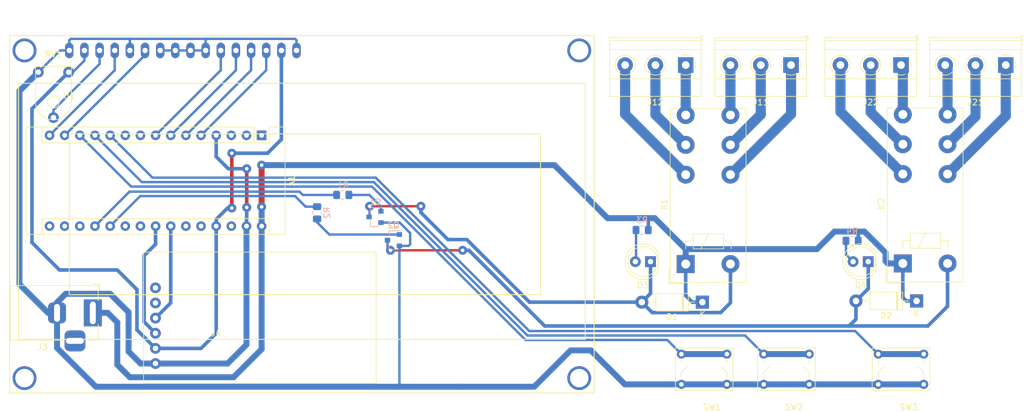
<source format=kicad_pcb>
(kicad_pcb (version 20171130) (host pcbnew "(5.1.5)-3")

  (general
    (thickness 1.6)
    (drawings 0)
    (tracks 240)
    (zones 0)
    (modules 24)
    (nets 51)
  )

  (page A4)
  (layers
    (0 F.Cu signal)
    (31 B.Cu signal)
    (32 B.Adhes user)
    (33 F.Adhes user)
    (34 B.Paste user)
    (35 F.Paste user)
    (36 B.SilkS user)
    (37 F.SilkS user)
    (38 B.Mask user)
    (39 F.Mask user)
    (40 Dwgs.User user)
    (41 Cmts.User user)
    (42 Eco1.User user)
    (43 Eco2.User user)
    (44 Edge.Cuts user)
    (45 Margin user)
    (46 B.CrtYd user)
    (47 F.CrtYd user)
    (48 B.Fab user)
    (49 F.Fab user)
  )

  (setup
    (last_trace_width 0.6)
    (user_trace_width 0.4)
    (user_trace_width 0.6)
    (user_trace_width 0.8)
    (user_trace_width 1)
    (user_trace_width 1.7)
    (trace_clearance 0.35)
    (zone_clearance 0.508)
    (zone_45_only no)
    (trace_min 0.2)
    (via_size 0.8)
    (via_drill 0.4)
    (via_min_size 0.4)
    (via_min_drill 0.3)
    (user_via 1.5 0.6)
    (uvia_size 0.3)
    (uvia_drill 0.1)
    (uvias_allowed no)
    (uvia_min_size 0.2)
    (uvia_min_drill 0.1)
    (edge_width 0.05)
    (segment_width 0.2)
    (pcb_text_width 0.3)
    (pcb_text_size 1.5 1.5)
    (mod_edge_width 0.12)
    (mod_text_size 1 1)
    (mod_text_width 0.15)
    (pad_size 1.524 1.524)
    (pad_drill 0.762)
    (pad_to_mask_clearance 0.051)
    (solder_mask_min_width 0.25)
    (aux_axis_origin 0 0)
    (visible_elements 7FFFFFFF)
    (pcbplotparams
      (layerselection 0x010fc_ffffffff)
      (usegerberextensions false)
      (usegerberattributes false)
      (usegerberadvancedattributes false)
      (creategerberjobfile false)
      (excludeedgelayer true)
      (linewidth 0.100000)
      (plotframeref false)
      (viasonmask false)
      (mode 1)
      (useauxorigin false)
      (hpglpennumber 1)
      (hpglpenspeed 20)
      (hpglpendiameter 15.000000)
      (psnegative false)
      (psa4output false)
      (plotreference true)
      (plotvalue true)
      (plotinvisibletext false)
      (padsonsilk false)
      (subtractmaskfromsilk false)
      (outputformat 1)
      (mirror false)
      (drillshape 1)
      (scaleselection 1)
      (outputdirectory ""))
  )

  (net 0 "")
  (net 1 "Net-(A1-Pad1)")
  (net 2 "Net-(A1-Pad17)")
  (net 3 "Net-(A1-Pad2)")
  (net 4 "Net-(A1-Pad18)")
  (net 5 "Net-(A1-Pad3)")
  (net 6 tmr1_out)
  (net 7 GND)
  (net 8 tmr2_out)
  (net 9 lcd_d7)
  (net 10 "Net-(A1-Pad21)")
  (net 11 lcd_d6)
  (net 12 "Net-(A1-Pad22)")
  (net 13 lcd_d5)
  (net 14 SDA)
  (net 15 lcd_d4)
  (net 16 SCL)
  (net 17 "Net-(A1-Pad9)")
  (net 18 "Net-(A1-Pad25)")
  (net 19 "Net-(A1-Pad10)")
  (net 20 "Net-(A1-Pad26)")
  (net 21 select_but)
  (net 22 +5V)
  (net 23 up_but)
  (net 24 "Net-(A1-Pad28)")
  (net 25 down_but)
  (net 26 lcd_en)
  (net 27 +12V)
  (net 28 lcd_rs)
  (net 29 "Net-(A1-Pad16)")
  (net 30 "Net-(D3-Pad2)")
  (net 31 "Net-(D4-Pad2)")
  (net 32 32k)
  (net 33 SQW)
  (net 34 NO1.1)
  (net 35 NC1.1)
  (net 36 COM1.1)
  (net 37 COM1.2)
  (net 38 NC1.2)
  (net 39 NO1.2)
  (net 40 NO2.1)
  (net 41 NC2.1)
  (net 42 COM2.1)
  (net 43 COM2.2)
  (net 44 NC2.2)
  (net 45 NO2.2)
  (net 46 "Net-(Q1-Pad1)")
  (net 47 "Net-(Q2-Pad1)")
  (net 48 "Net-(RV1-Pad2)")
  (net 49 "Net-(D1-Pad2)")
  (net 50 "Net-(D2-Pad2)")

  (net_class Default "This is the default net class."
    (clearance 0.35)
    (trace_width 0.25)
    (via_dia 0.8)
    (via_drill 0.4)
    (uvia_dia 0.3)
    (uvia_drill 0.1)
    (add_net +12V)
    (add_net +5V)
    (add_net 32k)
    (add_net COM1.1)
    (add_net COM1.2)
    (add_net COM2.1)
    (add_net COM2.2)
    (add_net GND)
    (add_net NC1.1)
    (add_net NC1.2)
    (add_net NC2.1)
    (add_net NC2.2)
    (add_net NO1.1)
    (add_net NO1.2)
    (add_net NO2.1)
    (add_net NO2.2)
    (add_net "Net-(A1-Pad1)")
    (add_net "Net-(A1-Pad10)")
    (add_net "Net-(A1-Pad16)")
    (add_net "Net-(A1-Pad17)")
    (add_net "Net-(A1-Pad18)")
    (add_net "Net-(A1-Pad2)")
    (add_net "Net-(A1-Pad21)")
    (add_net "Net-(A1-Pad22)")
    (add_net "Net-(A1-Pad25)")
    (add_net "Net-(A1-Pad26)")
    (add_net "Net-(A1-Pad28)")
    (add_net "Net-(A1-Pad3)")
    (add_net "Net-(A1-Pad9)")
    (add_net "Net-(D1-Pad2)")
    (add_net "Net-(D2-Pad2)")
    (add_net "Net-(D3-Pad2)")
    (add_net "Net-(D4-Pad2)")
    (add_net "Net-(Q1-Pad1)")
    (add_net "Net-(Q2-Pad1)")
    (add_net "Net-(RV1-Pad2)")
    (add_net SCL)
    (add_net SDA)
    (add_net SQW)
    (add_net down_but)
    (add_net lcd_d4)
    (add_net lcd_d5)
    (add_net lcd_d6)
    (add_net lcd_d7)
    (add_net lcd_en)
    (add_net lcd_rs)
    (add_net select_but)
    (add_net tmr1_out)
    (add_net tmr2_out)
    (add_net up_but)
  )

  (module Module:Arduino_Nano (layer F.Cu) (tedit 58ACAF70) (tstamp 5F94A485)
    (at 100 46.4 270)
    (descr "Arduino Nano, http://www.mouser.com/pdfdocs/Gravitech_Arduino_Nano3_0.pdf")
    (tags "Arduino Nano")
    (path /5F8BE710)
    (fp_text reference A1 (at 7.62 -5.08 90) (layer F.SilkS)
      (effects (font (size 1 1) (thickness 0.15)))
    )
    (fp_text value Arduino_Nano_v3.x (at 8.89 19.05) (layer F.Fab)
      (effects (font (size 1 1) (thickness 0.15)))
    )
    (fp_text user %R (at 6.35 19.05) (layer F.Fab)
      (effects (font (size 1 1) (thickness 0.15)))
    )
    (fp_line (start 1.27 1.27) (end 1.27 -1.27) (layer F.SilkS) (width 0.12))
    (fp_line (start 1.27 -1.27) (end -1.4 -1.27) (layer F.SilkS) (width 0.12))
    (fp_line (start -1.4 1.27) (end -1.4 39.5) (layer F.SilkS) (width 0.12))
    (fp_line (start -1.4 -3.94) (end -1.4 -1.27) (layer F.SilkS) (width 0.12))
    (fp_line (start 13.97 -1.27) (end 16.64 -1.27) (layer F.SilkS) (width 0.12))
    (fp_line (start 13.97 -1.27) (end 13.97 36.83) (layer F.SilkS) (width 0.12))
    (fp_line (start 13.97 36.83) (end 16.64 36.83) (layer F.SilkS) (width 0.12))
    (fp_line (start 1.27 1.27) (end -1.4 1.27) (layer F.SilkS) (width 0.12))
    (fp_line (start 1.27 1.27) (end 1.27 36.83) (layer F.SilkS) (width 0.12))
    (fp_line (start 1.27 36.83) (end -1.4 36.83) (layer F.SilkS) (width 0.12))
    (fp_line (start 3.81 31.75) (end 11.43 31.75) (layer F.Fab) (width 0.1))
    (fp_line (start 11.43 31.75) (end 11.43 41.91) (layer F.Fab) (width 0.1))
    (fp_line (start 11.43 41.91) (end 3.81 41.91) (layer F.Fab) (width 0.1))
    (fp_line (start 3.81 41.91) (end 3.81 31.75) (layer F.Fab) (width 0.1))
    (fp_line (start -1.4 39.5) (end 16.64 39.5) (layer F.SilkS) (width 0.12))
    (fp_line (start 16.64 39.5) (end 16.64 -3.94) (layer F.SilkS) (width 0.12))
    (fp_line (start 16.64 -3.94) (end -1.4 -3.94) (layer F.SilkS) (width 0.12))
    (fp_line (start 16.51 39.37) (end -1.27 39.37) (layer F.Fab) (width 0.1))
    (fp_line (start -1.27 39.37) (end -1.27 -2.54) (layer F.Fab) (width 0.1))
    (fp_line (start -1.27 -2.54) (end 0 -3.81) (layer F.Fab) (width 0.1))
    (fp_line (start 0 -3.81) (end 16.51 -3.81) (layer F.Fab) (width 0.1))
    (fp_line (start 16.51 -3.81) (end 16.51 39.37) (layer F.Fab) (width 0.1))
    (fp_line (start -1.53 -4.06) (end 16.75 -4.06) (layer F.CrtYd) (width 0.05))
    (fp_line (start -1.53 -4.06) (end -1.53 42.16) (layer F.CrtYd) (width 0.05))
    (fp_line (start 16.75 42.16) (end 16.75 -4.06) (layer F.CrtYd) (width 0.05))
    (fp_line (start 16.75 42.16) (end -1.53 42.16) (layer F.CrtYd) (width 0.05))
    (pad 1 thru_hole rect (at 0 0 270) (size 1.6 1.6) (drill 0.8) (layers *.Cu *.Mask)
      (net 1 "Net-(A1-Pad1)"))
    (pad 17 thru_hole oval (at 15.24 33.02 270) (size 1.6 1.6) (drill 0.8) (layers *.Cu *.Mask)
      (net 2 "Net-(A1-Pad17)"))
    (pad 2 thru_hole oval (at 0 2.54 270) (size 1.6 1.6) (drill 0.8) (layers *.Cu *.Mask)
      (net 3 "Net-(A1-Pad2)"))
    (pad 18 thru_hole oval (at 15.24 30.48 270) (size 1.6 1.6) (drill 0.8) (layers *.Cu *.Mask)
      (net 4 "Net-(A1-Pad18)"))
    (pad 3 thru_hole oval (at 0 5.08 270) (size 1.6 1.6) (drill 0.8) (layers *.Cu *.Mask)
      (net 5 "Net-(A1-Pad3)"))
    (pad 19 thru_hole oval (at 15.24 27.94 270) (size 1.6 1.6) (drill 0.8) (layers *.Cu *.Mask)
      (net 6 tmr1_out))
    (pad 4 thru_hole oval (at 0 7.62 270) (size 1.6 1.6) (drill 0.8) (layers *.Cu *.Mask)
      (net 7 GND))
    (pad 20 thru_hole oval (at 15.24 25.4 270) (size 1.6 1.6) (drill 0.8) (layers *.Cu *.Mask)
      (net 8 tmr2_out))
    (pad 5 thru_hole oval (at 0 10.16 270) (size 1.6 1.6) (drill 0.8) (layers *.Cu *.Mask)
      (net 9 lcd_d7))
    (pad 21 thru_hole oval (at 15.24 22.86 270) (size 1.6 1.6) (drill 0.8) (layers *.Cu *.Mask)
      (net 10 "Net-(A1-Pad21)"))
    (pad 6 thru_hole oval (at 0 12.7 270) (size 1.6 1.6) (drill 0.8) (layers *.Cu *.Mask)
      (net 11 lcd_d6))
    (pad 22 thru_hole oval (at 15.24 20.32 270) (size 1.6 1.6) (drill 0.8) (layers *.Cu *.Mask)
      (net 12 "Net-(A1-Pad22)"))
    (pad 7 thru_hole oval (at 0 15.24 270) (size 1.6 1.6) (drill 0.8) (layers *.Cu *.Mask)
      (net 13 lcd_d5))
    (pad 23 thru_hole oval (at 15.24 17.78 270) (size 1.6 1.6) (drill 0.8) (layers *.Cu *.Mask)
      (net 14 SDA))
    (pad 8 thru_hole oval (at 0 17.78 270) (size 1.6 1.6) (drill 0.8) (layers *.Cu *.Mask)
      (net 15 lcd_d4))
    (pad 24 thru_hole oval (at 15.24 15.24 270) (size 1.6 1.6) (drill 0.8) (layers *.Cu *.Mask)
      (net 16 SCL))
    (pad 9 thru_hole oval (at 0 20.32 270) (size 1.6 1.6) (drill 0.8) (layers *.Cu *.Mask)
      (net 17 "Net-(A1-Pad9)"))
    (pad 25 thru_hole oval (at 15.24 12.7 270) (size 1.6 1.6) (drill 0.8) (layers *.Cu *.Mask)
      (net 18 "Net-(A1-Pad25)"))
    (pad 10 thru_hole oval (at 0 22.86 270) (size 1.6 1.6) (drill 0.8) (layers *.Cu *.Mask)
      (net 19 "Net-(A1-Pad10)"))
    (pad 26 thru_hole oval (at 15.24 10.16 270) (size 1.6 1.6) (drill 0.8) (layers *.Cu *.Mask)
      (net 20 "Net-(A1-Pad26)"))
    (pad 11 thru_hole oval (at 0 25.4 270) (size 1.6 1.6) (drill 0.8) (layers *.Cu *.Mask)
      (net 21 select_but))
    (pad 27 thru_hole oval (at 15.24 7.62 270) (size 1.6 1.6) (drill 0.8) (layers *.Cu *.Mask)
      (net 22 +5V))
    (pad 12 thru_hole oval (at 0 27.94 270) (size 1.6 1.6) (drill 0.8) (layers *.Cu *.Mask)
      (net 23 up_but))
    (pad 28 thru_hole oval (at 15.24 5.08 270) (size 1.6 1.6) (drill 0.8) (layers *.Cu *.Mask)
      (net 24 "Net-(A1-Pad28)"))
    (pad 13 thru_hole oval (at 0 30.48 270) (size 1.6 1.6) (drill 0.8) (layers *.Cu *.Mask)
      (net 25 down_but))
    (pad 29 thru_hole oval (at 15.24 2.54 270) (size 1.6 1.6) (drill 0.8) (layers *.Cu *.Mask)
      (net 7 GND))
    (pad 14 thru_hole oval (at 0 33.02 270) (size 1.6 1.6) (drill 0.8) (layers *.Cu *.Mask)
      (net 26 lcd_en))
    (pad 30 thru_hole oval (at 15.24 0 270) (size 1.6 1.6) (drill 0.8) (layers *.Cu *.Mask)
      (net 27 +12V))
    (pad 15 thru_hole oval (at 0 35.56 270) (size 1.6 1.6) (drill 0.8) (layers *.Cu *.Mask)
      (net 28 lcd_rs))
    (pad 16 thru_hole oval (at 15.24 35.56 270) (size 1.6 1.6) (drill 0.8) (layers *.Cu *.Mask)
      (net 29 "Net-(A1-Pad16)"))
    (model ${KISYS3DMOD}/Module.3dshapes/Arduino_Nano_WithMountingHoles.wrl
      (at (xyz 0 0 0))
      (scale (xyz 1 1 1))
      (rotate (xyz 0 0 0))
    )
  )

  (module LED_THT:LED_D5.0mm_Clear (layer F.Cu) (tedit 5A6C9BC0) (tstamp 5F94A4D5)
    (at 165.2 67.6 180)
    (descr "LED, diameter 5.0mm, 2 pins, http://cdn-reichelt.de/documents/datenblatt/A500/LL-504BC2E-009.pdf")
    (tags "LED diameter 5.0mm 2 pins")
    (path /5F98883D)
    (fp_text reference D3 (at 1.27 -3.96) (layer F.SilkS)
      (effects (font (size 1 1) (thickness 0.15)))
    )
    (fp_text value LED (at 1.27 3.96) (layer F.Fab)
      (effects (font (size 1 1) (thickness 0.15)))
    )
    (fp_text user %R (at 1.25 0) (layer F.Fab)
      (effects (font (size 0.8 0.8) (thickness 0.2)))
    )
    (fp_line (start -1.23 -1.469694) (end -1.23 1.469694) (layer F.Fab) (width 0.1))
    (fp_line (start -1.29 -1.545) (end -1.29 1.545) (layer F.SilkS) (width 0.12))
    (fp_line (start -1.95 -3.25) (end -1.95 3.25) (layer F.CrtYd) (width 0.05))
    (fp_line (start -1.95 3.25) (end 4.5 3.25) (layer F.CrtYd) (width 0.05))
    (fp_line (start 4.5 3.25) (end 4.5 -3.25) (layer F.CrtYd) (width 0.05))
    (fp_line (start 4.5 -3.25) (end -1.95 -3.25) (layer F.CrtYd) (width 0.05))
    (fp_circle (center 1.27 0) (end 3.77 0) (layer F.Fab) (width 0.1))
    (fp_circle (center 1.27 0) (end 3.77 0) (layer F.SilkS) (width 0.12))
    (fp_arc (start 1.27 0) (end -1.23 -1.469694) (angle 299.1) (layer F.Fab) (width 0.1))
    (fp_arc (start 1.27 0) (end -1.29 -1.54483) (angle 148.9) (layer F.SilkS) (width 0.12))
    (fp_arc (start 1.27 0) (end -1.29 1.54483) (angle -148.9) (layer F.SilkS) (width 0.12))
    (pad 1 thru_hole rect (at 0 0 180) (size 1.8 1.8) (drill 0.9) (layers *.Cu *.Mask)
      (net 49 "Net-(D1-Pad2)"))
    (pad 2 thru_hole circle (at 2.54 0 180) (size 1.8 1.8) (drill 0.9) (layers *.Cu *.Mask)
      (net 30 "Net-(D3-Pad2)"))
    (model ${KISYS3DMOD}/LED_THT.3dshapes/LED_D5.0mm_Clear.wrl
      (at (xyz 0 0 0))
      (scale (xyz 1 1 1))
      (rotate (xyz 0 0 0))
    )
  )

  (module LED_THT:LED_D5.0mm_Clear (layer F.Cu) (tedit 5A6C9BC0) (tstamp 5F94A4E7)
    (at 201.7 67.6 180)
    (descr "LED, diameter 5.0mm, 2 pins, http://cdn-reichelt.de/documents/datenblatt/A500/LL-504BC2E-009.pdf")
    (tags "LED diameter 5.0mm 2 pins")
    (path /5F9895C1)
    (fp_text reference D4 (at 1.27 -3.96) (layer F.SilkS)
      (effects (font (size 1 1) (thickness 0.15)))
    )
    (fp_text value LED (at 1.27 3.96) (layer F.Fab)
      (effects (font (size 1 1) (thickness 0.15)))
    )
    (fp_arc (start 1.27 0) (end -1.29 1.54483) (angle -148.9) (layer F.SilkS) (width 0.12))
    (fp_arc (start 1.27 0) (end -1.29 -1.54483) (angle 148.9) (layer F.SilkS) (width 0.12))
    (fp_arc (start 1.27 0) (end -1.23 -1.469694) (angle 299.1) (layer F.Fab) (width 0.1))
    (fp_circle (center 1.27 0) (end 3.77 0) (layer F.SilkS) (width 0.12))
    (fp_circle (center 1.27 0) (end 3.77 0) (layer F.Fab) (width 0.1))
    (fp_line (start 4.5 -3.25) (end -1.95 -3.25) (layer F.CrtYd) (width 0.05))
    (fp_line (start 4.5 3.25) (end 4.5 -3.25) (layer F.CrtYd) (width 0.05))
    (fp_line (start -1.95 3.25) (end 4.5 3.25) (layer F.CrtYd) (width 0.05))
    (fp_line (start -1.95 -3.25) (end -1.95 3.25) (layer F.CrtYd) (width 0.05))
    (fp_line (start -1.29 -1.545) (end -1.29 1.545) (layer F.SilkS) (width 0.12))
    (fp_line (start -1.23 -1.469694) (end -1.23 1.469694) (layer F.Fab) (width 0.1))
    (fp_text user %R (at 1.25 0) (layer F.Fab)
      (effects (font (size 0.8 0.8) (thickness 0.2)))
    )
    (pad 2 thru_hole circle (at 2.54 0 180) (size 1.8 1.8) (drill 0.9) (layers *.Cu *.Mask)
      (net 31 "Net-(D4-Pad2)"))
    (pad 1 thru_hole rect (at 0 0 180) (size 1.8 1.8) (drill 0.9) (layers *.Cu *.Mask)
      (net 50 "Net-(D2-Pad2)"))
    (model ${KISYS3DMOD}/LED_THT.3dshapes/LED_D5.0mm_Clear.wrl
      (at (xyz 0 0 0))
      (scale (xyz 1 1 1))
      (rotate (xyz 0 0 0))
    )
  )

  (module KiCad_Library:BarrelJack_Horizontal_comet (layer F.Cu) (tedit 5E8EF1CD) (tstamp 5F94A50A)
    (at 71.7 76.2)
    (descr "DC Barrel Jack")
    (tags "Power Jack")
    (path /5F8C02DB)
    (fp_text reference J3 (at -8.45 5.75) (layer F.SilkS)
      (effects (font (size 1 1) (thickness 0.15)))
    )
    (fp_text value Barrel_Jack_MountingPin (at -6.2 -5.5) (layer F.Fab)
      (effects (font (size 1 1) (thickness 0.15)))
    )
    (fp_text user %R (at -3 -2.95) (layer F.Fab)
      (effects (font (size 1 1) (thickness 0.15)))
    )
    (fp_line (start -0.003213 -4.505425) (end 0.8 -3.75) (layer F.Fab) (width 0.1))
    (fp_line (start 1.1 -3.75) (end 1.1 -4.8) (layer F.SilkS) (width 0.12))
    (fp_line (start 0.05 -4.8) (end 1.1 -4.8) (layer F.SilkS) (width 0.12))
    (fp_line (start 1 -4.5) (end 1 -4.75) (layer F.CrtYd) (width 0.05))
    (fp_line (start 1 -4.75) (end -14 -4.75) (layer F.CrtYd) (width 0.05))
    (fp_line (start 1 -4.5) (end 1 -2) (layer F.CrtYd) (width 0.05))
    (fp_line (start 1 -2) (end 2 -2) (layer F.CrtYd) (width 0.05))
    (fp_line (start 2 -2) (end 2 2) (layer F.CrtYd) (width 0.05))
    (fp_line (start 2 2) (end 1 2) (layer F.CrtYd) (width 0.05))
    (fp_line (start 1 2) (end 1 4.75) (layer F.CrtYd) (width 0.05))
    (fp_line (start 1 4.75) (end -1 4.75) (layer F.CrtYd) (width 0.05))
    (fp_line (start -1 4.75) (end -1 6.75) (layer F.CrtYd) (width 0.05))
    (fp_line (start -1 6.75) (end -5 6.75) (layer F.CrtYd) (width 0.05))
    (fp_line (start -5 6.75) (end -5 4.75) (layer F.CrtYd) (width 0.05))
    (fp_line (start -5 4.75) (end -14 4.75) (layer F.CrtYd) (width 0.05))
    (fp_line (start -14 4.75) (end -14 -4.75) (layer F.CrtYd) (width 0.05))
    (fp_line (start -5 4.6) (end -13.8 4.6) (layer F.SilkS) (width 0.12))
    (fp_line (start -13.8 4.6) (end -13.8 -4.6) (layer F.SilkS) (width 0.12))
    (fp_line (start 0.9 1.9) (end 0.9 4.6) (layer F.SilkS) (width 0.12))
    (fp_line (start 0.9 4.6) (end -1 4.6) (layer F.SilkS) (width 0.12))
    (fp_line (start -13.8 -4.6) (end 0.9 -4.6) (layer F.SilkS) (width 0.12))
    (fp_line (start 0.9 -4.6) (end 0.9 -2) (layer F.SilkS) (width 0.12))
    (fp_line (start -10.2 -4.5) (end -10.2 4.5) (layer F.Fab) (width 0.1))
    (fp_line (start -13.7 -4.5) (end -13.7 4.5) (layer F.Fab) (width 0.1))
    (fp_line (start -13.7 4.5) (end 0.8 4.5) (layer F.Fab) (width 0.1))
    (fp_line (start 0.8 4.5) (end 0.8 -3.75) (layer F.Fab) (width 0.1))
    (fp_line (start 0 -4.5) (end -13.7 -4.5) (layer F.Fab) (width 0.1))
    (pad 1 thru_hole rect (at 0 0) (size 3 4.5) (drill oval 1 3.8) (layers *.Cu *.Mask)
      (net 27 +12V))
    (pad 2 thru_hole roundrect (at -6 0) (size 3 3.5) (drill oval 1 3) (layers *.Cu *.Mask) (roundrect_rratio 0.25)
      (net 7 GND))
    (pad 3 thru_hole roundrect (at -3 4.7) (size 3.5 3.5) (drill oval 3 1) (layers *.Cu *.Mask) (roundrect_rratio 0.25))
    (model ${KISYS3DMOD}/Connector_BarrelJack.3dshapes/BarrelJack_Horizontal.wrl
      (at (xyz 0 0 0))
      (scale (xyz 1 1 1))
      (rotate (xyz 0 0 0))
    )
  )

  (module KiCad_Library:DS3231_RTC_Module (layer F.Cu) (tedit 5F943714) (tstamp 5F94A519)
    (at 82.2 72)
    (path /5F9C2C3A)
    (fp_text reference J4 (at 10.16 7.62) (layer F.SilkS)
      (effects (font (size 1 1) (thickness 0.15)))
    )
    (fp_text value DS3231 (at 15.24 5.08) (layer F.Fab)
      (effects (font (size 1 1) (thickness 0.15)))
    )
    (fp_line (start -2 0) (end -2 -6) (layer F.SilkS) (width 0.12))
    (fp_line (start -2 -6) (end 37 -6) (layer F.SilkS) (width 0.12))
    (fp_line (start 37 -6) (end 37 16) (layer F.SilkS) (width 0.12))
    (fp_line (start 37 16) (end -2 16) (layer F.SilkS) (width 0.12))
    (fp_line (start -2 16) (end -2 0) (layer F.SilkS) (width 0.12))
    (pad 1 thru_hole circle (at 0 0) (size 1.8 1.8) (drill 0.9) (layers *.Cu *.Mask)
      (net 32 32k))
    (pad 2 thru_hole circle (at 0 2.54) (size 1.8 1.8) (drill 0.9) (layers *.Cu *.Mask)
      (net 33 SQW))
    (pad 3 thru_hole circle (at 0 5.08) (size 1.8 1.8) (drill 0.9) (layers *.Cu *.Mask)
      (net 16 SCL))
    (pad 4 thru_hole circle (at 0 7.62) (size 1.8 1.8) (drill 0.9) (layers *.Cu *.Mask)
      (net 14 SDA))
    (pad 5 thru_hole circle (at 0 10.16) (size 1.8 1.8) (drill 0.9) (layers *.Cu *.Mask)
      (net 22 +5V))
    (pad 6 thru_hole circle (at 0 12.7) (size 1.8 1.8) (drill 0.9) (layers *.Cu *.Mask)
      (net 7 GND))
  )

  (module TerminalBlock_Phoenix:TerminalBlock_Phoenix_MKDS-1,5-3-5.08_1x03_P5.08mm_Horizontal (layer F.Cu) (tedit 5B294EBC) (tstamp 5F94A54E)
    (at 188.76 34.6 180)
    (descr "Terminal Block Phoenix MKDS-1,5-3-5.08, 3 pins, pitch 5.08mm, size 15.2x9.8mm^2, drill diamater 1.3mm, pad diameter 2.6mm, see http://www.farnell.com/datasheets/100425.pdf, script-generated using https://github.com/pointhi/kicad-footprint-generator/scripts/TerminalBlock_Phoenix")
    (tags "THT Terminal Block Phoenix MKDS-1,5-3-5.08 pitch 5.08mm size 15.2x9.8mm^2 drill 1.3mm pad 2.6mm")
    (path /5F9BBFA3)
    (fp_text reference J11 (at 5.08 -6.26) (layer F.SilkS)
      (effects (font (size 1 1) (thickness 0.15)))
    )
    (fp_text value TMR1.1 (at 5.08 5.66) (layer F.Fab)
      (effects (font (size 1 1) (thickness 0.15)))
    )
    (fp_text user %R (at 5.08 3.2) (layer F.Fab)
      (effects (font (size 1 1) (thickness 0.15)))
    )
    (fp_line (start 13.21 -5.71) (end -3.04 -5.71) (layer F.CrtYd) (width 0.05))
    (fp_line (start 13.21 5.1) (end 13.21 -5.71) (layer F.CrtYd) (width 0.05))
    (fp_line (start -3.04 5.1) (end 13.21 5.1) (layer F.CrtYd) (width 0.05))
    (fp_line (start -3.04 -5.71) (end -3.04 5.1) (layer F.CrtYd) (width 0.05))
    (fp_line (start -2.84 4.9) (end -2.34 4.9) (layer F.SilkS) (width 0.12))
    (fp_line (start -2.84 4.16) (end -2.84 4.9) (layer F.SilkS) (width 0.12))
    (fp_line (start 8.933 1.023) (end 8.886 1.069) (layer F.SilkS) (width 0.12))
    (fp_line (start 11.23 -1.275) (end 11.195 -1.239) (layer F.SilkS) (width 0.12))
    (fp_line (start 9.126 1.239) (end 9.091 1.274) (layer F.SilkS) (width 0.12))
    (fp_line (start 11.435 -1.069) (end 11.388 -1.023) (layer F.SilkS) (width 0.12))
    (fp_line (start 11.115 -1.138) (end 9.023 0.955) (layer F.Fab) (width 0.1))
    (fp_line (start 11.298 -0.955) (end 9.206 1.138) (layer F.Fab) (width 0.1))
    (fp_line (start 3.853 1.023) (end 3.806 1.069) (layer F.SilkS) (width 0.12))
    (fp_line (start 6.15 -1.275) (end 6.115 -1.239) (layer F.SilkS) (width 0.12))
    (fp_line (start 4.046 1.239) (end 4.011 1.274) (layer F.SilkS) (width 0.12))
    (fp_line (start 6.355 -1.069) (end 6.308 -1.023) (layer F.SilkS) (width 0.12))
    (fp_line (start 6.035 -1.138) (end 3.943 0.955) (layer F.Fab) (width 0.1))
    (fp_line (start 6.218 -0.955) (end 4.126 1.138) (layer F.Fab) (width 0.1))
    (fp_line (start 0.955 -1.138) (end -1.138 0.955) (layer F.Fab) (width 0.1))
    (fp_line (start 1.138 -0.955) (end -0.955 1.138) (layer F.Fab) (width 0.1))
    (fp_line (start 12.76 -5.261) (end 12.76 4.66) (layer F.SilkS) (width 0.12))
    (fp_line (start -2.6 -5.261) (end -2.6 4.66) (layer F.SilkS) (width 0.12))
    (fp_line (start -2.6 4.66) (end 12.76 4.66) (layer F.SilkS) (width 0.12))
    (fp_line (start -2.6 -5.261) (end 12.76 -5.261) (layer F.SilkS) (width 0.12))
    (fp_line (start -2.6 -2.301) (end 12.76 -2.301) (layer F.SilkS) (width 0.12))
    (fp_line (start -2.54 -2.3) (end 12.7 -2.3) (layer F.Fab) (width 0.1))
    (fp_line (start -2.6 2.6) (end 12.76 2.6) (layer F.SilkS) (width 0.12))
    (fp_line (start -2.54 2.6) (end 12.7 2.6) (layer F.Fab) (width 0.1))
    (fp_line (start -2.6 4.1) (end 12.76 4.1) (layer F.SilkS) (width 0.12))
    (fp_line (start -2.54 4.1) (end 12.7 4.1) (layer F.Fab) (width 0.1))
    (fp_line (start -2.54 4.1) (end -2.54 -5.2) (layer F.Fab) (width 0.1))
    (fp_line (start -2.04 4.6) (end -2.54 4.1) (layer F.Fab) (width 0.1))
    (fp_line (start 12.7 4.6) (end -2.04 4.6) (layer F.Fab) (width 0.1))
    (fp_line (start 12.7 -5.2) (end 12.7 4.6) (layer F.Fab) (width 0.1))
    (fp_line (start -2.54 -5.2) (end 12.7 -5.2) (layer F.Fab) (width 0.1))
    (fp_circle (center 10.16 0) (end 11.84 0) (layer F.SilkS) (width 0.12))
    (fp_circle (center 10.16 0) (end 11.66 0) (layer F.Fab) (width 0.1))
    (fp_circle (center 5.08 0) (end 6.76 0) (layer F.SilkS) (width 0.12))
    (fp_circle (center 5.08 0) (end 6.58 0) (layer F.Fab) (width 0.1))
    (fp_circle (center 0 0) (end 1.5 0) (layer F.Fab) (width 0.1))
    (fp_arc (start 0 0) (end -0.684 1.535) (angle -25) (layer F.SilkS) (width 0.12))
    (fp_arc (start 0 0) (end -1.535 -0.684) (angle -48) (layer F.SilkS) (width 0.12))
    (fp_arc (start 0 0) (end 0.684 -1.535) (angle -48) (layer F.SilkS) (width 0.12))
    (fp_arc (start 0 0) (end 1.535 0.684) (angle -48) (layer F.SilkS) (width 0.12))
    (fp_arc (start 0 0) (end 0 1.68) (angle -24) (layer F.SilkS) (width 0.12))
    (pad 3 thru_hole circle (at 10.16 0 180) (size 2.6 2.6) (drill 1.3) (layers *.Cu *.Mask)
      (net 34 NO1.1))
    (pad 2 thru_hole circle (at 5.08 0 180) (size 2.6 2.6) (drill 1.3) (layers *.Cu *.Mask)
      (net 36 COM1.1))
    (pad 1 thru_hole rect (at 0 0 180) (size 2.6 2.6) (drill 1.3) (layers *.Cu *.Mask)
      (net 35 NC1.1))
    (model ${KISYS3DMOD}/TerminalBlock_Phoenix.3dshapes/TerminalBlock_Phoenix_MKDS-1,5-3-5.08_1x03_P5.08mm_Horizontal.wrl
      (at (xyz 0 0 0))
      (scale (xyz 1 1 1))
      (rotate (xyz 0 0 0))
    )
  )

  (module TerminalBlock_Phoenix:TerminalBlock_Phoenix_MKDS-1,5-3-5.08_1x03_P5.08mm_Horizontal (layer F.Cu) (tedit 5B294EBC) (tstamp 5F94A583)
    (at 171.1 34.6 180)
    (descr "Terminal Block Phoenix MKDS-1,5-3-5.08, 3 pins, pitch 5.08mm, size 15.2x9.8mm^2, drill diamater 1.3mm, pad diameter 2.6mm, see http://www.farnell.com/datasheets/100425.pdf, script-generated using https://github.com/pointhi/kicad-footprint-generator/scripts/TerminalBlock_Phoenix")
    (tags "THT Terminal Block Phoenix MKDS-1,5-3-5.08 pitch 5.08mm size 15.2x9.8mm^2 drill 1.3mm pad 2.6mm")
    (path /5F9BCE98)
    (fp_text reference J12 (at 5.08 -6.26) (layer F.SilkS)
      (effects (font (size 1 1) (thickness 0.15)))
    )
    (fp_text value TMR1.2 (at 5.08 5.66) (layer F.Fab)
      (effects (font (size 1 1) (thickness 0.15)))
    )
    (fp_arc (start 0 0) (end 0 1.68) (angle -24) (layer F.SilkS) (width 0.12))
    (fp_arc (start 0 0) (end 1.535 0.684) (angle -48) (layer F.SilkS) (width 0.12))
    (fp_arc (start 0 0) (end 0.684 -1.535) (angle -48) (layer F.SilkS) (width 0.12))
    (fp_arc (start 0 0) (end -1.535 -0.684) (angle -48) (layer F.SilkS) (width 0.12))
    (fp_arc (start 0 0) (end -0.684 1.535) (angle -25) (layer F.SilkS) (width 0.12))
    (fp_circle (center 0 0) (end 1.5 0) (layer F.Fab) (width 0.1))
    (fp_circle (center 5.08 0) (end 6.58 0) (layer F.Fab) (width 0.1))
    (fp_circle (center 5.08 0) (end 6.76 0) (layer F.SilkS) (width 0.12))
    (fp_circle (center 10.16 0) (end 11.66 0) (layer F.Fab) (width 0.1))
    (fp_circle (center 10.16 0) (end 11.84 0) (layer F.SilkS) (width 0.12))
    (fp_line (start -2.54 -5.2) (end 12.7 -5.2) (layer F.Fab) (width 0.1))
    (fp_line (start 12.7 -5.2) (end 12.7 4.6) (layer F.Fab) (width 0.1))
    (fp_line (start 12.7 4.6) (end -2.04 4.6) (layer F.Fab) (width 0.1))
    (fp_line (start -2.04 4.6) (end -2.54 4.1) (layer F.Fab) (width 0.1))
    (fp_line (start -2.54 4.1) (end -2.54 -5.2) (layer F.Fab) (width 0.1))
    (fp_line (start -2.54 4.1) (end 12.7 4.1) (layer F.Fab) (width 0.1))
    (fp_line (start -2.6 4.1) (end 12.76 4.1) (layer F.SilkS) (width 0.12))
    (fp_line (start -2.54 2.6) (end 12.7 2.6) (layer F.Fab) (width 0.1))
    (fp_line (start -2.6 2.6) (end 12.76 2.6) (layer F.SilkS) (width 0.12))
    (fp_line (start -2.54 -2.3) (end 12.7 -2.3) (layer F.Fab) (width 0.1))
    (fp_line (start -2.6 -2.301) (end 12.76 -2.301) (layer F.SilkS) (width 0.12))
    (fp_line (start -2.6 -5.261) (end 12.76 -5.261) (layer F.SilkS) (width 0.12))
    (fp_line (start -2.6 4.66) (end 12.76 4.66) (layer F.SilkS) (width 0.12))
    (fp_line (start -2.6 -5.261) (end -2.6 4.66) (layer F.SilkS) (width 0.12))
    (fp_line (start 12.76 -5.261) (end 12.76 4.66) (layer F.SilkS) (width 0.12))
    (fp_line (start 1.138 -0.955) (end -0.955 1.138) (layer F.Fab) (width 0.1))
    (fp_line (start 0.955 -1.138) (end -1.138 0.955) (layer F.Fab) (width 0.1))
    (fp_line (start 6.218 -0.955) (end 4.126 1.138) (layer F.Fab) (width 0.1))
    (fp_line (start 6.035 -1.138) (end 3.943 0.955) (layer F.Fab) (width 0.1))
    (fp_line (start 6.355 -1.069) (end 6.308 -1.023) (layer F.SilkS) (width 0.12))
    (fp_line (start 4.046 1.239) (end 4.011 1.274) (layer F.SilkS) (width 0.12))
    (fp_line (start 6.15 -1.275) (end 6.115 -1.239) (layer F.SilkS) (width 0.12))
    (fp_line (start 3.853 1.023) (end 3.806 1.069) (layer F.SilkS) (width 0.12))
    (fp_line (start 11.298 -0.955) (end 9.206 1.138) (layer F.Fab) (width 0.1))
    (fp_line (start 11.115 -1.138) (end 9.023 0.955) (layer F.Fab) (width 0.1))
    (fp_line (start 11.435 -1.069) (end 11.388 -1.023) (layer F.SilkS) (width 0.12))
    (fp_line (start 9.126 1.239) (end 9.091 1.274) (layer F.SilkS) (width 0.12))
    (fp_line (start 11.23 -1.275) (end 11.195 -1.239) (layer F.SilkS) (width 0.12))
    (fp_line (start 8.933 1.023) (end 8.886 1.069) (layer F.SilkS) (width 0.12))
    (fp_line (start -2.84 4.16) (end -2.84 4.9) (layer F.SilkS) (width 0.12))
    (fp_line (start -2.84 4.9) (end -2.34 4.9) (layer F.SilkS) (width 0.12))
    (fp_line (start -3.04 -5.71) (end -3.04 5.1) (layer F.CrtYd) (width 0.05))
    (fp_line (start -3.04 5.1) (end 13.21 5.1) (layer F.CrtYd) (width 0.05))
    (fp_line (start 13.21 5.1) (end 13.21 -5.71) (layer F.CrtYd) (width 0.05))
    (fp_line (start 13.21 -5.71) (end -3.04 -5.71) (layer F.CrtYd) (width 0.05))
    (fp_text user %R (at 5.08 3.2) (layer F.Fab)
      (effects (font (size 1 1) (thickness 0.15)))
    )
    (pad 1 thru_hole rect (at 0 0 180) (size 2.6 2.6) (drill 1.3) (layers *.Cu *.Mask)
      (net 39 NO1.2))
    (pad 2 thru_hole circle (at 5.08 0 180) (size 2.6 2.6) (drill 1.3) (layers *.Cu *.Mask)
      (net 37 COM1.2))
    (pad 3 thru_hole circle (at 10.16 0 180) (size 2.6 2.6) (drill 1.3) (layers *.Cu *.Mask)
      (net 38 NC1.2))
    (model ${KISYS3DMOD}/TerminalBlock_Phoenix.3dshapes/TerminalBlock_Phoenix_MKDS-1,5-3-5.08_1x03_P5.08mm_Horizontal.wrl
      (at (xyz 0 0 0))
      (scale (xyz 1 1 1))
      (rotate (xyz 0 0 0))
    )
  )

  (module TerminalBlock_Phoenix:TerminalBlock_Phoenix_MKDS-1,5-3-5.08_1x03_P5.08mm_Horizontal (layer F.Cu) (tedit 5B294EBC) (tstamp 5F94A5B8)
    (at 224.76 34.6 180)
    (descr "Terminal Block Phoenix MKDS-1,5-3-5.08, 3 pins, pitch 5.08mm, size 15.2x9.8mm^2, drill diamater 1.3mm, pad diameter 2.6mm, see http://www.farnell.com/datasheets/100425.pdf, script-generated using https://github.com/pointhi/kicad-footprint-generator/scripts/TerminalBlock_Phoenix")
    (tags "THT Terminal Block Phoenix MKDS-1,5-3-5.08 pitch 5.08mm size 15.2x9.8mm^2 drill 1.3mm pad 2.6mm")
    (path /5F9BA558)
    (fp_text reference J21 (at 5.08 -6.26) (layer F.SilkS)
      (effects (font (size 1 1) (thickness 0.15)))
    )
    (fp_text value TMR2.1 (at 5.08 5.66) (layer F.Fab)
      (effects (font (size 1 1) (thickness 0.15)))
    )
    (fp_text user %R (at 5.08 3.2) (layer F.Fab)
      (effects (font (size 1 1) (thickness 0.15)))
    )
    (fp_line (start 13.21 -5.71) (end -3.04 -5.71) (layer F.CrtYd) (width 0.05))
    (fp_line (start 13.21 5.1) (end 13.21 -5.71) (layer F.CrtYd) (width 0.05))
    (fp_line (start -3.04 5.1) (end 13.21 5.1) (layer F.CrtYd) (width 0.05))
    (fp_line (start -3.04 -5.71) (end -3.04 5.1) (layer F.CrtYd) (width 0.05))
    (fp_line (start -2.84 4.9) (end -2.34 4.9) (layer F.SilkS) (width 0.12))
    (fp_line (start -2.84 4.16) (end -2.84 4.9) (layer F.SilkS) (width 0.12))
    (fp_line (start 8.933 1.023) (end 8.886 1.069) (layer F.SilkS) (width 0.12))
    (fp_line (start 11.23 -1.275) (end 11.195 -1.239) (layer F.SilkS) (width 0.12))
    (fp_line (start 9.126 1.239) (end 9.091 1.274) (layer F.SilkS) (width 0.12))
    (fp_line (start 11.435 -1.069) (end 11.388 -1.023) (layer F.SilkS) (width 0.12))
    (fp_line (start 11.115 -1.138) (end 9.023 0.955) (layer F.Fab) (width 0.1))
    (fp_line (start 11.298 -0.955) (end 9.206 1.138) (layer F.Fab) (width 0.1))
    (fp_line (start 3.853 1.023) (end 3.806 1.069) (layer F.SilkS) (width 0.12))
    (fp_line (start 6.15 -1.275) (end 6.115 -1.239) (layer F.SilkS) (width 0.12))
    (fp_line (start 4.046 1.239) (end 4.011 1.274) (layer F.SilkS) (width 0.12))
    (fp_line (start 6.355 -1.069) (end 6.308 -1.023) (layer F.SilkS) (width 0.12))
    (fp_line (start 6.035 -1.138) (end 3.943 0.955) (layer F.Fab) (width 0.1))
    (fp_line (start 6.218 -0.955) (end 4.126 1.138) (layer F.Fab) (width 0.1))
    (fp_line (start 0.955 -1.138) (end -1.138 0.955) (layer F.Fab) (width 0.1))
    (fp_line (start 1.138 -0.955) (end -0.955 1.138) (layer F.Fab) (width 0.1))
    (fp_line (start 12.76 -5.261) (end 12.76 4.66) (layer F.SilkS) (width 0.12))
    (fp_line (start -2.6 -5.261) (end -2.6 4.66) (layer F.SilkS) (width 0.12))
    (fp_line (start -2.6 4.66) (end 12.76 4.66) (layer F.SilkS) (width 0.12))
    (fp_line (start -2.6 -5.261) (end 12.76 -5.261) (layer F.SilkS) (width 0.12))
    (fp_line (start -2.6 -2.301) (end 12.76 -2.301) (layer F.SilkS) (width 0.12))
    (fp_line (start -2.54 -2.3) (end 12.7 -2.3) (layer F.Fab) (width 0.1))
    (fp_line (start -2.6 2.6) (end 12.76 2.6) (layer F.SilkS) (width 0.12))
    (fp_line (start -2.54 2.6) (end 12.7 2.6) (layer F.Fab) (width 0.1))
    (fp_line (start -2.6 4.1) (end 12.76 4.1) (layer F.SilkS) (width 0.12))
    (fp_line (start -2.54 4.1) (end 12.7 4.1) (layer F.Fab) (width 0.1))
    (fp_line (start -2.54 4.1) (end -2.54 -5.2) (layer F.Fab) (width 0.1))
    (fp_line (start -2.04 4.6) (end -2.54 4.1) (layer F.Fab) (width 0.1))
    (fp_line (start 12.7 4.6) (end -2.04 4.6) (layer F.Fab) (width 0.1))
    (fp_line (start 12.7 -5.2) (end 12.7 4.6) (layer F.Fab) (width 0.1))
    (fp_line (start -2.54 -5.2) (end 12.7 -5.2) (layer F.Fab) (width 0.1))
    (fp_circle (center 10.16 0) (end 11.84 0) (layer F.SilkS) (width 0.12))
    (fp_circle (center 10.16 0) (end 11.66 0) (layer F.Fab) (width 0.1))
    (fp_circle (center 5.08 0) (end 6.76 0) (layer F.SilkS) (width 0.12))
    (fp_circle (center 5.08 0) (end 6.58 0) (layer F.Fab) (width 0.1))
    (fp_circle (center 0 0) (end 1.5 0) (layer F.Fab) (width 0.1))
    (fp_arc (start 0 0) (end -0.684 1.535) (angle -25) (layer F.SilkS) (width 0.12))
    (fp_arc (start 0 0) (end -1.535 -0.684) (angle -48) (layer F.SilkS) (width 0.12))
    (fp_arc (start 0 0) (end 0.684 -1.535) (angle -48) (layer F.SilkS) (width 0.12))
    (fp_arc (start 0 0) (end 1.535 0.684) (angle -48) (layer F.SilkS) (width 0.12))
    (fp_arc (start 0 0) (end 0 1.68) (angle -24) (layer F.SilkS) (width 0.12))
    (pad 3 thru_hole circle (at 10.16 0 180) (size 2.6 2.6) (drill 1.3) (layers *.Cu *.Mask)
      (net 40 NO2.1))
    (pad 2 thru_hole circle (at 5.08 0 180) (size 2.6 2.6) (drill 1.3) (layers *.Cu *.Mask)
      (net 42 COM2.1))
    (pad 1 thru_hole rect (at 0 0 180) (size 2.6 2.6) (drill 1.3) (layers *.Cu *.Mask)
      (net 41 NC2.1))
    (model ${KISYS3DMOD}/TerminalBlock_Phoenix.3dshapes/TerminalBlock_Phoenix_MKDS-1,5-3-5.08_1x03_P5.08mm_Horizontal.wrl
      (at (xyz 0 0 0))
      (scale (xyz 1 1 1))
      (rotate (xyz 0 0 0))
    )
  )

  (module TerminalBlock_Phoenix:TerminalBlock_Phoenix_MKDS-1,5-3-5.08_1x03_P5.08mm_Horizontal (layer F.Cu) (tedit 5B294EBC) (tstamp 5F94A5ED)
    (at 207.2 34.6 180)
    (descr "Terminal Block Phoenix MKDS-1,5-3-5.08, 3 pins, pitch 5.08mm, size 15.2x9.8mm^2, drill diamater 1.3mm, pad diameter 2.6mm, see http://www.farnell.com/datasheets/100425.pdf, script-generated using https://github.com/pointhi/kicad-footprint-generator/scripts/TerminalBlock_Phoenix")
    (tags "THT Terminal Block Phoenix MKDS-1,5-3-5.08 pitch 5.08mm size 15.2x9.8mm^2 drill 1.3mm pad 2.6mm")
    (path /5F9BB09D)
    (fp_text reference J22 (at 5.08 -6.26) (layer F.SilkS)
      (effects (font (size 1 1) (thickness 0.15)))
    )
    (fp_text value TMR2.2 (at 5.08 5.66) (layer F.Fab)
      (effects (font (size 1 1) (thickness 0.15)))
    )
    (fp_arc (start 0 0) (end 0 1.68) (angle -24) (layer F.SilkS) (width 0.12))
    (fp_arc (start 0 0) (end 1.535 0.684) (angle -48) (layer F.SilkS) (width 0.12))
    (fp_arc (start 0 0) (end 0.684 -1.535) (angle -48) (layer F.SilkS) (width 0.12))
    (fp_arc (start 0 0) (end -1.535 -0.684) (angle -48) (layer F.SilkS) (width 0.12))
    (fp_arc (start 0 0) (end -0.684 1.535) (angle -25) (layer F.SilkS) (width 0.12))
    (fp_circle (center 0 0) (end 1.5 0) (layer F.Fab) (width 0.1))
    (fp_circle (center 5.08 0) (end 6.58 0) (layer F.Fab) (width 0.1))
    (fp_circle (center 5.08 0) (end 6.76 0) (layer F.SilkS) (width 0.12))
    (fp_circle (center 10.16 0) (end 11.66 0) (layer F.Fab) (width 0.1))
    (fp_circle (center 10.16 0) (end 11.84 0) (layer F.SilkS) (width 0.12))
    (fp_line (start -2.54 -5.2) (end 12.7 -5.2) (layer F.Fab) (width 0.1))
    (fp_line (start 12.7 -5.2) (end 12.7 4.6) (layer F.Fab) (width 0.1))
    (fp_line (start 12.7 4.6) (end -2.04 4.6) (layer F.Fab) (width 0.1))
    (fp_line (start -2.04 4.6) (end -2.54 4.1) (layer F.Fab) (width 0.1))
    (fp_line (start -2.54 4.1) (end -2.54 -5.2) (layer F.Fab) (width 0.1))
    (fp_line (start -2.54 4.1) (end 12.7 4.1) (layer F.Fab) (width 0.1))
    (fp_line (start -2.6 4.1) (end 12.76 4.1) (layer F.SilkS) (width 0.12))
    (fp_line (start -2.54 2.6) (end 12.7 2.6) (layer F.Fab) (width 0.1))
    (fp_line (start -2.6 2.6) (end 12.76 2.6) (layer F.SilkS) (width 0.12))
    (fp_line (start -2.54 -2.3) (end 12.7 -2.3) (layer F.Fab) (width 0.1))
    (fp_line (start -2.6 -2.301) (end 12.76 -2.301) (layer F.SilkS) (width 0.12))
    (fp_line (start -2.6 -5.261) (end 12.76 -5.261) (layer F.SilkS) (width 0.12))
    (fp_line (start -2.6 4.66) (end 12.76 4.66) (layer F.SilkS) (width 0.12))
    (fp_line (start -2.6 -5.261) (end -2.6 4.66) (layer F.SilkS) (width 0.12))
    (fp_line (start 12.76 -5.261) (end 12.76 4.66) (layer F.SilkS) (width 0.12))
    (fp_line (start 1.138 -0.955) (end -0.955 1.138) (layer F.Fab) (width 0.1))
    (fp_line (start 0.955 -1.138) (end -1.138 0.955) (layer F.Fab) (width 0.1))
    (fp_line (start 6.218 -0.955) (end 4.126 1.138) (layer F.Fab) (width 0.1))
    (fp_line (start 6.035 -1.138) (end 3.943 0.955) (layer F.Fab) (width 0.1))
    (fp_line (start 6.355 -1.069) (end 6.308 -1.023) (layer F.SilkS) (width 0.12))
    (fp_line (start 4.046 1.239) (end 4.011 1.274) (layer F.SilkS) (width 0.12))
    (fp_line (start 6.15 -1.275) (end 6.115 -1.239) (layer F.SilkS) (width 0.12))
    (fp_line (start 3.853 1.023) (end 3.806 1.069) (layer F.SilkS) (width 0.12))
    (fp_line (start 11.298 -0.955) (end 9.206 1.138) (layer F.Fab) (width 0.1))
    (fp_line (start 11.115 -1.138) (end 9.023 0.955) (layer F.Fab) (width 0.1))
    (fp_line (start 11.435 -1.069) (end 11.388 -1.023) (layer F.SilkS) (width 0.12))
    (fp_line (start 9.126 1.239) (end 9.091 1.274) (layer F.SilkS) (width 0.12))
    (fp_line (start 11.23 -1.275) (end 11.195 -1.239) (layer F.SilkS) (width 0.12))
    (fp_line (start 8.933 1.023) (end 8.886 1.069) (layer F.SilkS) (width 0.12))
    (fp_line (start -2.84 4.16) (end -2.84 4.9) (layer F.SilkS) (width 0.12))
    (fp_line (start -2.84 4.9) (end -2.34 4.9) (layer F.SilkS) (width 0.12))
    (fp_line (start -3.04 -5.71) (end -3.04 5.1) (layer F.CrtYd) (width 0.05))
    (fp_line (start -3.04 5.1) (end 13.21 5.1) (layer F.CrtYd) (width 0.05))
    (fp_line (start 13.21 5.1) (end 13.21 -5.71) (layer F.CrtYd) (width 0.05))
    (fp_line (start 13.21 -5.71) (end -3.04 -5.71) (layer F.CrtYd) (width 0.05))
    (fp_text user %R (at 5.08 3.2) (layer F.Fab)
      (effects (font (size 1 1) (thickness 0.15)))
    )
    (pad 1 thru_hole rect (at 0 0 180) (size 2.6 2.6) (drill 1.3) (layers *.Cu *.Mask)
      (net 45 NO2.2))
    (pad 2 thru_hole circle (at 5.08 0 180) (size 2.6 2.6) (drill 1.3) (layers *.Cu *.Mask)
      (net 43 COM2.2))
    (pad 3 thru_hole circle (at 10.16 0 180) (size 2.6 2.6) (drill 1.3) (layers *.Cu *.Mask)
      (net 44 NC2.2))
    (model ${KISYS3DMOD}/TerminalBlock_Phoenix.3dshapes/TerminalBlock_Phoenix_MKDS-1,5-3-5.08_1x03_P5.08mm_Horizontal.wrl
      (at (xyz 0 0 0))
      (scale (xyz 1 1 1))
      (rotate (xyz 0 0 0))
    )
  )

  (module Relay_THT:Relay_DPDT_Finder_40.52 (layer F.Cu) (tedit 5A5B3E92) (tstamp 5F94A616)
    (at 171.1 68 90)
    (descr "Relay DPDT Finder 40.52, Pitch 5mm/7.5mm, https://www.finder-relais.net/de/finder-relais-serie-40.pdf")
    (tags "Relay DPDT Finder 40.52 Pitch 5mm")
    (path /5F94D09A)
    (fp_text reference K1 (at 10 -3.6 90) (layer F.SilkS)
      (effects (font (size 1 1) (thickness 0.15)))
    )
    (fp_text value FINDER-40.52 (at 12.192 11.43 90) (layer F.Fab)
      (effects (font (size 1 1) (thickness 0.15)))
    )
    (fp_text user %R (at 12.065 3.81 90) (layer F.Fab)
      (effects (font (size 1 1) (thickness 0.15)))
    )
    (fp_line (start -3.3 -0.4) (end -3.3 -2.8) (layer F.SilkS) (width 0.12))
    (fp_line (start -0.9 -2.8) (end -3.3 -2.8) (layer F.SilkS) (width 0.12))
    (fp_line (start -3.1 10.1) (end -3.1 -2.6) (layer F.SilkS) (width 0.12))
    (fp_line (start 26.1 10.1) (end -3.1 10.1) (layer F.SilkS) (width 0.12))
    (fp_line (start 26.1 8.9) (end 26.1 10.1) (layer F.SilkS) (width 0.12))
    (fp_line (start 26.1 1.4) (end 26.1 6.1) (layer F.SilkS) (width 0.12))
    (fp_line (start 26.1 -2.6) (end 26.1 -1.4) (layer F.SilkS) (width 0.12))
    (fp_line (start -3.1 -2.6) (end 26.1 -2.6) (layer F.SilkS) (width 0.12))
    (fp_line (start -2 -2.5) (end -3 -1.4) (layer F.Fab) (width 0.12))
    (fp_line (start 26 -2.5) (end -2 -2.5) (layer F.Fab) (width 0.12))
    (fp_line (start 26 10) (end 26 -2.5) (layer F.Fab) (width 0.12))
    (fp_line (start -3 10) (end 26 10) (layer F.Fab) (width 0.12))
    (fp_line (start -3 -1.4) (end -3 10) (layer F.Fab) (width 0.12))
    (fp_line (start 0 1.8) (end 0 5.8) (layer F.Fab) (width 0.12))
    (fp_line (start 2.54 2.54) (end 5.08 3.81) (layer F.SilkS) (width 0.12))
    (fp_line (start 3.81 6.35) (end 3.81 7.62) (layer F.SilkS) (width 0.12))
    (fp_line (start 3.81 7.62) (end 2.54 7.62) (layer F.SilkS) (width 0.12))
    (fp_line (start 2.54 0) (end 3.81 0) (layer F.SilkS) (width 0.12))
    (fp_line (start 3.81 0) (end 3.81 1.27) (layer F.SilkS) (width 0.12))
    (fp_line (start 3.81 1.27) (end 5.08 1.27) (layer F.SilkS) (width 0.12))
    (fp_line (start 5.08 1.27) (end 5.08 6.35) (layer F.SilkS) (width 0.12))
    (fp_line (start 5.08 6.35) (end 2.54 6.35) (layer F.SilkS) (width 0.12))
    (fp_line (start 2.54 6.35) (end 2.54 1.27) (layer F.SilkS) (width 0.12))
    (fp_line (start 2.54 1.27) (end 3.81 1.27) (layer F.SilkS) (width 0.12))
    (fp_line (start -3.25 -2.75) (end 26.75 -2.75) (layer F.CrtYd) (width 0.05))
    (fp_line (start -3.25 -2.75) (end -3.25 10.25) (layer F.CrtYd) (width 0.05))
    (fp_line (start 26.75 10.25) (end 26.75 -2.75) (layer F.CrtYd) (width 0.05))
    (fp_line (start 26.75 10.25) (end -3.25 10.25) (layer F.CrtYd) (width 0.05))
    (pad A1 thru_hole rect (at 0 0 90) (size 3 3) (drill 1.5) (layers *.Cu *.Mask)
      (net 27 +12V))
    (pad A2 thru_hole circle (at 0 7.5 90) (size 3 3) (drill 1.5) (layers *.Cu *.Mask)
      (net 49 "Net-(D1-Pad2)"))
    (pad 11 thru_hole circle (at 20 0 90) (size 3 3) (drill 1.5) (layers *.Cu *.Mask)
      (net 37 COM1.2))
    (pad 24 thru_hole circle (at 25 7.5 90) (size 3 3) (drill 1.5) (layers *.Cu *.Mask)
      (net 34 NO1.1))
    (pad 22 thru_hole circle (at 15 7.5 90) (size 3 3) (drill 1.5) (layers *.Cu *.Mask)
      (net 35 NC1.1))
    (pad 12 thru_hole circle (at 15 0 90) (size 3 3) (drill 1.5) (layers *.Cu *.Mask)
      (net 38 NC1.2))
    (pad 21 thru_hole circle (at 20 7.5 90) (size 3 3) (drill 1.5) (layers *.Cu *.Mask)
      (net 36 COM1.1))
    (pad 14 thru_hole circle (at 25 0 90) (size 3 3) (drill 1.5) (layers *.Cu *.Mask)
      (net 39 NO1.2))
    (model ${KISYS3DMOD}/Relay_THT.3dshapes/Relay_DPDT_Finder_40.52.wrl
      (at (xyz 0 0 0))
      (scale (xyz 1 1 1))
      (rotate (xyz 0 0 0))
    )
  )

  (module Relay_THT:Relay_DPDT_Finder_40.52 (layer F.Cu) (tedit 5A5B3E92) (tstamp 5F94A63F)
    (at 207.5 67.9 90)
    (descr "Relay DPDT Finder 40.52, Pitch 5mm/7.5mm, https://www.finder-relais.net/de/finder-relais-serie-40.pdf")
    (tags "Relay DPDT Finder 40.52 Pitch 5mm")
    (path /5F97C117)
    (fp_text reference K2 (at 10 -3.6 90) (layer F.SilkS)
      (effects (font (size 1 1) (thickness 0.15)))
    )
    (fp_text value FINDER-40.52 (at 12.192 11.43 90) (layer F.Fab)
      (effects (font (size 1 1) (thickness 0.15)))
    )
    (fp_line (start 26.75 10.25) (end -3.25 10.25) (layer F.CrtYd) (width 0.05))
    (fp_line (start 26.75 10.25) (end 26.75 -2.75) (layer F.CrtYd) (width 0.05))
    (fp_line (start -3.25 -2.75) (end -3.25 10.25) (layer F.CrtYd) (width 0.05))
    (fp_line (start -3.25 -2.75) (end 26.75 -2.75) (layer F.CrtYd) (width 0.05))
    (fp_line (start 2.54 1.27) (end 3.81 1.27) (layer F.SilkS) (width 0.12))
    (fp_line (start 2.54 6.35) (end 2.54 1.27) (layer F.SilkS) (width 0.12))
    (fp_line (start 5.08 6.35) (end 2.54 6.35) (layer F.SilkS) (width 0.12))
    (fp_line (start 5.08 1.27) (end 5.08 6.35) (layer F.SilkS) (width 0.12))
    (fp_line (start 3.81 1.27) (end 5.08 1.27) (layer F.SilkS) (width 0.12))
    (fp_line (start 3.81 0) (end 3.81 1.27) (layer F.SilkS) (width 0.12))
    (fp_line (start 2.54 0) (end 3.81 0) (layer F.SilkS) (width 0.12))
    (fp_line (start 3.81 7.62) (end 2.54 7.62) (layer F.SilkS) (width 0.12))
    (fp_line (start 3.81 6.35) (end 3.81 7.62) (layer F.SilkS) (width 0.12))
    (fp_line (start 2.54 2.54) (end 5.08 3.81) (layer F.SilkS) (width 0.12))
    (fp_line (start 0 1.8) (end 0 5.8) (layer F.Fab) (width 0.12))
    (fp_line (start -3 -1.4) (end -3 10) (layer F.Fab) (width 0.12))
    (fp_line (start -3 10) (end 26 10) (layer F.Fab) (width 0.12))
    (fp_line (start 26 10) (end 26 -2.5) (layer F.Fab) (width 0.12))
    (fp_line (start 26 -2.5) (end -2 -2.5) (layer F.Fab) (width 0.12))
    (fp_line (start -2 -2.5) (end -3 -1.4) (layer F.Fab) (width 0.12))
    (fp_line (start -3.1 -2.6) (end 26.1 -2.6) (layer F.SilkS) (width 0.12))
    (fp_line (start 26.1 -2.6) (end 26.1 -1.4) (layer F.SilkS) (width 0.12))
    (fp_line (start 26.1 1.4) (end 26.1 6.1) (layer F.SilkS) (width 0.12))
    (fp_line (start 26.1 8.9) (end 26.1 10.1) (layer F.SilkS) (width 0.12))
    (fp_line (start 26.1 10.1) (end -3.1 10.1) (layer F.SilkS) (width 0.12))
    (fp_line (start -3.1 10.1) (end -3.1 -2.6) (layer F.SilkS) (width 0.12))
    (fp_line (start -0.9 -2.8) (end -3.3 -2.8) (layer F.SilkS) (width 0.12))
    (fp_line (start -3.3 -0.4) (end -3.3 -2.8) (layer F.SilkS) (width 0.12))
    (fp_text user %R (at 12.065 3.81 90) (layer F.Fab)
      (effects (font (size 1 1) (thickness 0.15)))
    )
    (pad 14 thru_hole circle (at 25 0 90) (size 3 3) (drill 1.5) (layers *.Cu *.Mask)
      (net 45 NO2.2))
    (pad 21 thru_hole circle (at 20 7.5 90) (size 3 3) (drill 1.5) (layers *.Cu *.Mask)
      (net 42 COM2.1))
    (pad 12 thru_hole circle (at 15 0 90) (size 3 3) (drill 1.5) (layers *.Cu *.Mask)
      (net 44 NC2.2))
    (pad 22 thru_hole circle (at 15 7.5 90) (size 3 3) (drill 1.5) (layers *.Cu *.Mask)
      (net 41 NC2.1))
    (pad 24 thru_hole circle (at 25 7.5 90) (size 3 3) (drill 1.5) (layers *.Cu *.Mask)
      (net 40 NO2.1))
    (pad 11 thru_hole circle (at 20 0 90) (size 3 3) (drill 1.5) (layers *.Cu *.Mask)
      (net 43 COM2.2))
    (pad A2 thru_hole circle (at 0 7.5 90) (size 3 3) (drill 1.5) (layers *.Cu *.Mask)
      (net 50 "Net-(D2-Pad2)"))
    (pad A1 thru_hole rect (at 0 0 90) (size 3 3) (drill 1.5) (layers *.Cu *.Mask)
      (net 27 +12V))
    (model ${KISYS3DMOD}/Relay_THT.3dshapes/Relay_DPDT_Finder_40.52.wrl
      (at (xyz 0 0 0))
      (scale (xyz 1 1 1))
      (rotate (xyz 0 0 0))
    )
  )

  (module Package_TO_SOT_SMD:SOT-23 (layer B.Cu) (tedit 5A02FF57) (tstamp 5F94A654)
    (at 119 60.1 180)
    (descr "SOT-23, Standard")
    (tags SOT-23)
    (path /5F942698)
    (attr smd)
    (fp_text reference Q1 (at 0 2.5) (layer B.SilkS)
      (effects (font (size 1 1) (thickness 0.15)) (justify mirror))
    )
    (fp_text value BC817 (at 0 -2.5) (layer B.Fab)
      (effects (font (size 1 1) (thickness 0.15)) (justify mirror))
    )
    (fp_text user %R (at 0 0 270) (layer B.Fab)
      (effects (font (size 0.5 0.5) (thickness 0.075)) (justify mirror))
    )
    (fp_line (start -0.7 0.95) (end -0.7 -1.5) (layer B.Fab) (width 0.1))
    (fp_line (start -0.15 1.52) (end 0.7 1.52) (layer B.Fab) (width 0.1))
    (fp_line (start -0.7 0.95) (end -0.15 1.52) (layer B.Fab) (width 0.1))
    (fp_line (start 0.7 1.52) (end 0.7 -1.52) (layer B.Fab) (width 0.1))
    (fp_line (start -0.7 -1.52) (end 0.7 -1.52) (layer B.Fab) (width 0.1))
    (fp_line (start 0.76 -1.58) (end 0.76 -0.65) (layer B.SilkS) (width 0.12))
    (fp_line (start 0.76 1.58) (end 0.76 0.65) (layer B.SilkS) (width 0.12))
    (fp_line (start -1.7 1.75) (end 1.7 1.75) (layer B.CrtYd) (width 0.05))
    (fp_line (start 1.7 1.75) (end 1.7 -1.75) (layer B.CrtYd) (width 0.05))
    (fp_line (start 1.7 -1.75) (end -1.7 -1.75) (layer B.CrtYd) (width 0.05))
    (fp_line (start -1.7 -1.75) (end -1.7 1.75) (layer B.CrtYd) (width 0.05))
    (fp_line (start 0.76 1.58) (end -1.4 1.58) (layer B.SilkS) (width 0.12))
    (fp_line (start 0.76 -1.58) (end -0.7 -1.58) (layer B.SilkS) (width 0.12))
    (pad 1 smd rect (at -1 0.95 180) (size 0.9 0.8) (layers B.Cu B.Paste B.Mask)
      (net 46 "Net-(Q1-Pad1)"))
    (pad 2 smd rect (at -1 -0.95 180) (size 0.9 0.8) (layers B.Cu B.Paste B.Mask)
      (net 7 GND))
    (pad 3 smd rect (at 1 0 180) (size 0.9 0.8) (layers B.Cu B.Paste B.Mask)
      (net 49 "Net-(D1-Pad2)"))
    (model ${KISYS3DMOD}/Package_TO_SOT_SMD.3dshapes/SOT-23.wrl
      (at (xyz 0 0 0))
      (scale (xyz 1 1 1))
      (rotate (xyz 0 0 0))
    )
  )

  (module Package_TO_SOT_SMD:SOT-23 (layer B.Cu) (tedit 5A02FF57) (tstamp 5F94A669)
    (at 122.1 64 180)
    (descr "SOT-23, Standard")
    (tags SOT-23)
    (path /5F943F2E)
    (attr smd)
    (fp_text reference Q2 (at 0 2.5 180) (layer B.SilkS)
      (effects (font (size 1 1) (thickness 0.15)) (justify mirror))
    )
    (fp_text value BC817 (at 0 -2.5 180) (layer B.Fab)
      (effects (font (size 1 1) (thickness 0.15)) (justify mirror))
    )
    (fp_line (start 0.76 -1.58) (end -0.7 -1.58) (layer B.SilkS) (width 0.12))
    (fp_line (start 0.76 1.58) (end -1.4 1.58) (layer B.SilkS) (width 0.12))
    (fp_line (start -1.7 -1.75) (end -1.7 1.75) (layer B.CrtYd) (width 0.05))
    (fp_line (start 1.7 -1.75) (end -1.7 -1.75) (layer B.CrtYd) (width 0.05))
    (fp_line (start 1.7 1.75) (end 1.7 -1.75) (layer B.CrtYd) (width 0.05))
    (fp_line (start -1.7 1.75) (end 1.7 1.75) (layer B.CrtYd) (width 0.05))
    (fp_line (start 0.76 1.58) (end 0.76 0.65) (layer B.SilkS) (width 0.12))
    (fp_line (start 0.76 -1.58) (end 0.76 -0.65) (layer B.SilkS) (width 0.12))
    (fp_line (start -0.7 -1.52) (end 0.7 -1.52) (layer B.Fab) (width 0.1))
    (fp_line (start 0.7 1.52) (end 0.7 -1.52) (layer B.Fab) (width 0.1))
    (fp_line (start -0.7 0.95) (end -0.15 1.52) (layer B.Fab) (width 0.1))
    (fp_line (start -0.15 1.52) (end 0.7 1.52) (layer B.Fab) (width 0.1))
    (fp_line (start -0.7 0.95) (end -0.7 -1.5) (layer B.Fab) (width 0.1))
    (fp_text user %R (at 0 0 90) (layer B.Fab)
      (effects (font (size 0.5 0.5) (thickness 0.075)) (justify mirror))
    )
    (pad 3 smd rect (at 1 0 180) (size 0.9 0.8) (layers B.Cu B.Paste B.Mask)
      (net 50 "Net-(D2-Pad2)"))
    (pad 2 smd rect (at -1 -0.95 180) (size 0.9 0.8) (layers B.Cu B.Paste B.Mask)
      (net 7 GND))
    (pad 1 smd rect (at -1 0.95 180) (size 0.9 0.8) (layers B.Cu B.Paste B.Mask)
      (net 47 "Net-(Q2-Pad1)"))
    (model ${KISYS3DMOD}/Package_TO_SOT_SMD.3dshapes/SOT-23.wrl
      (at (xyz 0 0 0))
      (scale (xyz 1 1 1))
      (rotate (xyz 0 0 0))
    )
  )

  (module Resistor_SMD:R_0805_2012Metric_Pad1.15x1.40mm_HandSolder (layer B.Cu) (tedit 5B36C52B) (tstamp 5F94A67A)
    (at 113.6 56.4 180)
    (descr "Resistor SMD 0805 (2012 Metric), square (rectangular) end terminal, IPC_7351 nominal with elongated pad for handsoldering. (Body size source: https://docs.google.com/spreadsheets/d/1BsfQQcO9C6DZCsRaXUlFlo91Tg2WpOkGARC1WS5S8t0/edit?usp=sharing), generated with kicad-footprint-generator")
    (tags "resistor handsolder")
    (path /5F96DD68)
    (attr smd)
    (fp_text reference R1 (at 0 1.65) (layer B.SilkS)
      (effects (font (size 1 1) (thickness 0.15)) (justify mirror))
    )
    (fp_text value R330 (at 0 -1.65) (layer B.Fab)
      (effects (font (size 1 1) (thickness 0.15)) (justify mirror))
    )
    (fp_text user %R (at 0 0) (layer B.Fab)
      (effects (font (size 0.5 0.5) (thickness 0.08)) (justify mirror))
    )
    (fp_line (start 1.85 -0.95) (end -1.85 -0.95) (layer B.CrtYd) (width 0.05))
    (fp_line (start 1.85 0.95) (end 1.85 -0.95) (layer B.CrtYd) (width 0.05))
    (fp_line (start -1.85 0.95) (end 1.85 0.95) (layer B.CrtYd) (width 0.05))
    (fp_line (start -1.85 -0.95) (end -1.85 0.95) (layer B.CrtYd) (width 0.05))
    (fp_line (start -0.261252 -0.71) (end 0.261252 -0.71) (layer B.SilkS) (width 0.12))
    (fp_line (start -0.261252 0.71) (end 0.261252 0.71) (layer B.SilkS) (width 0.12))
    (fp_line (start 1 -0.6) (end -1 -0.6) (layer B.Fab) (width 0.1))
    (fp_line (start 1 0.6) (end 1 -0.6) (layer B.Fab) (width 0.1))
    (fp_line (start -1 0.6) (end 1 0.6) (layer B.Fab) (width 0.1))
    (fp_line (start -1 -0.6) (end -1 0.6) (layer B.Fab) (width 0.1))
    (pad 2 smd roundrect (at 1.025 0 180) (size 1.15 1.4) (layers B.Cu B.Paste B.Mask) (roundrect_rratio 0.217391)
      (net 6 tmr1_out))
    (pad 1 smd roundrect (at -1.025 0 180) (size 1.15 1.4) (layers B.Cu B.Paste B.Mask) (roundrect_rratio 0.217391)
      (net 46 "Net-(Q1-Pad1)"))
    (model ${KISYS3DMOD}/Resistor_SMD.3dshapes/R_0805_2012Metric.wrl
      (at (xyz 0 0 0))
      (scale (xyz 1 1 1))
      (rotate (xyz 0 0 0))
    )
  )

  (module Resistor_SMD:R_0805_2012Metric_Pad1.15x1.40mm_HandSolder (layer B.Cu) (tedit 5B36C52B) (tstamp 5F94A68B)
    (at 109.3 59.4 90)
    (descr "Resistor SMD 0805 (2012 Metric), square (rectangular) end terminal, IPC_7351 nominal with elongated pad for handsoldering. (Body size source: https://docs.google.com/spreadsheets/d/1BsfQQcO9C6DZCsRaXUlFlo91Tg2WpOkGARC1WS5S8t0/edit?usp=sharing), generated with kicad-footprint-generator")
    (tags "resistor handsolder")
    (path /5F96E4A5)
    (attr smd)
    (fp_text reference R2 (at 0 1.65 90) (layer B.SilkS)
      (effects (font (size 1 1) (thickness 0.15)) (justify mirror))
    )
    (fp_text value R330 (at 0 -1.65 90) (layer B.Fab)
      (effects (font (size 1 1) (thickness 0.15)) (justify mirror))
    )
    (fp_line (start -1 -0.6) (end -1 0.6) (layer B.Fab) (width 0.1))
    (fp_line (start -1 0.6) (end 1 0.6) (layer B.Fab) (width 0.1))
    (fp_line (start 1 0.6) (end 1 -0.6) (layer B.Fab) (width 0.1))
    (fp_line (start 1 -0.6) (end -1 -0.6) (layer B.Fab) (width 0.1))
    (fp_line (start -0.261252 0.71) (end 0.261252 0.71) (layer B.SilkS) (width 0.12))
    (fp_line (start -0.261252 -0.71) (end 0.261252 -0.71) (layer B.SilkS) (width 0.12))
    (fp_line (start -1.85 -0.95) (end -1.85 0.95) (layer B.CrtYd) (width 0.05))
    (fp_line (start -1.85 0.95) (end 1.85 0.95) (layer B.CrtYd) (width 0.05))
    (fp_line (start 1.85 0.95) (end 1.85 -0.95) (layer B.CrtYd) (width 0.05))
    (fp_line (start 1.85 -0.95) (end -1.85 -0.95) (layer B.CrtYd) (width 0.05))
    (fp_text user %R (at 0 0 90) (layer B.Fab)
      (effects (font (size 0.5 0.5) (thickness 0.08)) (justify mirror))
    )
    (pad 1 smd roundrect (at -1.025 0 90) (size 1.15 1.4) (layers B.Cu B.Paste B.Mask) (roundrect_rratio 0.217391)
      (net 47 "Net-(Q2-Pad1)"))
    (pad 2 smd roundrect (at 1.025 0 90) (size 1.15 1.4) (layers B.Cu B.Paste B.Mask) (roundrect_rratio 0.217391)
      (net 8 tmr2_out))
    (model ${KISYS3DMOD}/Resistor_SMD.3dshapes/R_0805_2012Metric.wrl
      (at (xyz 0 0 0))
      (scale (xyz 1 1 1))
      (rotate (xyz 0 0 0))
    )
  )

  (module Resistor_SMD:R_0805_2012Metric_Pad1.15x1.40mm_HandSolder (layer B.Cu) (tedit 5B36C52B) (tstamp 5F94A69C)
    (at 163.8 62.3 180)
    (descr "Resistor SMD 0805 (2012 Metric), square (rectangular) end terminal, IPC_7351 nominal with elongated pad for handsoldering. (Body size source: https://docs.google.com/spreadsheets/d/1BsfQQcO9C6DZCsRaXUlFlo91Tg2WpOkGARC1WS5S8t0/edit?usp=sharing), generated with kicad-footprint-generator")
    (tags "resistor handsolder")
    (path /5F99DA2C)
    (attr smd)
    (fp_text reference R3 (at 0 1.65) (layer B.SilkS)
      (effects (font (size 1 1) (thickness 0.15)) (justify mirror))
    )
    (fp_text value R620 (at 0 -1.65) (layer B.Fab)
      (effects (font (size 1 1) (thickness 0.15)) (justify mirror))
    )
    (fp_text user %R (at 0 0) (layer B.Fab)
      (effects (font (size 0.5 0.5) (thickness 0.08)) (justify mirror))
    )
    (fp_line (start 1.85 -0.95) (end -1.85 -0.95) (layer B.CrtYd) (width 0.05))
    (fp_line (start 1.85 0.95) (end 1.85 -0.95) (layer B.CrtYd) (width 0.05))
    (fp_line (start -1.85 0.95) (end 1.85 0.95) (layer B.CrtYd) (width 0.05))
    (fp_line (start -1.85 -0.95) (end -1.85 0.95) (layer B.CrtYd) (width 0.05))
    (fp_line (start -0.261252 -0.71) (end 0.261252 -0.71) (layer B.SilkS) (width 0.12))
    (fp_line (start -0.261252 0.71) (end 0.261252 0.71) (layer B.SilkS) (width 0.12))
    (fp_line (start 1 -0.6) (end -1 -0.6) (layer B.Fab) (width 0.1))
    (fp_line (start 1 0.6) (end 1 -0.6) (layer B.Fab) (width 0.1))
    (fp_line (start -1 0.6) (end 1 0.6) (layer B.Fab) (width 0.1))
    (fp_line (start -1 -0.6) (end -1 0.6) (layer B.Fab) (width 0.1))
    (pad 2 smd roundrect (at 1.025 0 180) (size 1.15 1.4) (layers B.Cu B.Paste B.Mask) (roundrect_rratio 0.217391)
      (net 30 "Net-(D3-Pad2)"))
    (pad 1 smd roundrect (at -1.025 0 180) (size 1.15 1.4) (layers B.Cu B.Paste B.Mask) (roundrect_rratio 0.217391)
      (net 27 +12V))
    (model ${KISYS3DMOD}/Resistor_SMD.3dshapes/R_0805_2012Metric.wrl
      (at (xyz 0 0 0))
      (scale (xyz 1 1 1))
      (rotate (xyz 0 0 0))
    )
  )

  (module Resistor_SMD:R_0805_2012Metric_Pad1.15x1.40mm_HandSolder (layer B.Cu) (tedit 5B36C52B) (tstamp 5F94A6AD)
    (at 199 64.1 180)
    (descr "Resistor SMD 0805 (2012 Metric), square (rectangular) end terminal, IPC_7351 nominal with elongated pad for handsoldering. (Body size source: https://docs.google.com/spreadsheets/d/1BsfQQcO9C6DZCsRaXUlFlo91Tg2WpOkGARC1WS5S8t0/edit?usp=sharing), generated with kicad-footprint-generator")
    (tags "resistor handsolder")
    (path /5F99C9FF)
    (attr smd)
    (fp_text reference R4 (at 0 1.65 180) (layer B.SilkS)
      (effects (font (size 1 1) (thickness 0.15)) (justify mirror))
    )
    (fp_text value R620 (at 0 -1.65 180) (layer B.Fab)
      (effects (font (size 1 1) (thickness 0.15)) (justify mirror))
    )
    (fp_line (start -1 -0.6) (end -1 0.6) (layer B.Fab) (width 0.1))
    (fp_line (start -1 0.6) (end 1 0.6) (layer B.Fab) (width 0.1))
    (fp_line (start 1 0.6) (end 1 -0.6) (layer B.Fab) (width 0.1))
    (fp_line (start 1 -0.6) (end -1 -0.6) (layer B.Fab) (width 0.1))
    (fp_line (start -0.261252 0.71) (end 0.261252 0.71) (layer B.SilkS) (width 0.12))
    (fp_line (start -0.261252 -0.71) (end 0.261252 -0.71) (layer B.SilkS) (width 0.12))
    (fp_line (start -1.85 -0.95) (end -1.85 0.95) (layer B.CrtYd) (width 0.05))
    (fp_line (start -1.85 0.95) (end 1.85 0.95) (layer B.CrtYd) (width 0.05))
    (fp_line (start 1.85 0.95) (end 1.85 -0.95) (layer B.CrtYd) (width 0.05))
    (fp_line (start 1.85 -0.95) (end -1.85 -0.95) (layer B.CrtYd) (width 0.05))
    (fp_text user %R (at -0.195001 -6.524999 180) (layer B.Fab)
      (effects (font (size 0.5 0.5) (thickness 0.08)) (justify mirror))
    )
    (pad 1 smd roundrect (at -1.025 0 180) (size 1.15 1.4) (layers B.Cu B.Paste B.Mask) (roundrect_rratio 0.217391)
      (net 27 +12V))
    (pad 2 smd roundrect (at 1.025 0 180) (size 1.15 1.4) (layers B.Cu B.Paste B.Mask) (roundrect_rratio 0.217391)
      (net 31 "Net-(D4-Pad2)"))
    (model ${KISYS3DMOD}/Resistor_SMD.3dshapes/R_0805_2012Metric.wrl
      (at (xyz 0 0 0))
      (scale (xyz 1 1 1))
      (rotate (xyz 0 0 0))
    )
  )

  (module KiCad_Library:Pot_custom (layer F.Cu) (tedit 5E9DAEE1) (tstamp 5F94A6B9)
    (at 65.1 35.8 180)
    (path /5F8C0D9C)
    (fp_text reference RV1 (at 0 3) (layer F.SilkS)
      (effects (font (size 1 1) (thickness 0.15)))
    )
    (fp_text value R_POT (at 0 -11) (layer F.Fab)
      (effects (font (size 1 1) (thickness 0.15)))
    )
    (fp_arc (start 0 -5) (end 3 -5) (angle -180) (layer F.SilkS) (width 0.12))
    (fp_line (start -3 -5) (end -3 1) (layer F.SilkS) (width 0.12))
    (fp_line (start -3 1) (end 3 1) (layer F.SilkS) (width 0.12))
    (fp_line (start 3 1) (end 3 -5) (layer F.SilkS) (width 0.12))
    (fp_circle (center 0 -5) (end 0 -4) (layer F.SilkS) (width 0.12))
    (pad 1 thru_hole circle (at -2.54 0 180) (size 1.8 1.8) (drill 0.9) (layers *.Cu *.Mask)
      (net 22 +5V))
    (pad 2 thru_hole circle (at 0 -7.62 180) (size 1.8 1.8) (drill 0.9) (layers *.Cu *.Mask)
      (net 48 "Net-(RV1-Pad2)"))
    (pad 3 thru_hole circle (at 2.54 0 180) (size 1.8 1.8) (drill 0.9) (layers *.Cu *.Mask)
      (net 7 GND))
  )

  (module KiCad_Library:SW_Button (layer F.Cu) (tedit 5F9439E7) (tstamp 5F94A6CB)
    (at 178 88.2 180)
    (path /5F8C5354)
    (fp_text reference SW1 (at 2.54 -3.81) (layer F.SilkS)
      (effects (font (size 1 1) (thickness 0.15)))
    )
    (fp_text value DOWN_BUT (at 4.445 -1.905) (layer F.Fab)
      (effects (font (size 1 1) (thickness 0.15)))
    )
    (fp_line (start -1.016 -1.016) (end -1.016 6.096) (layer F.SilkS) (width 0.12))
    (fp_line (start -1.016 6.096) (end 8.636 6.096) (layer F.SilkS) (width 0.12))
    (fp_line (start 8.636 6.096) (end 8.636 -1.016) (layer F.SilkS) (width 0.12))
    (fp_line (start 8.636 -1.016) (end -1.016 -1.016) (layer F.SilkS) (width 0.12))
    (fp_line (start 0 1.016) (end 0 2.032) (layer F.SilkS) (width 0.12))
    (fp_line (start 0 2.032) (end 1.016 3.048) (layer F.SilkS) (width 0.12))
    (fp_line (start 0 3.556) (end 0 4.064) (layer F.SilkS) (width 0.12))
    (fp_line (start 7.62 3.556) (end 7.62 4.064) (layer F.SilkS) (width 0.12))
    (fp_line (start 7.62 2.032) (end 6.604 3.048) (layer F.SilkS) (width 0.12))
    (fp_line (start 7.62 1.016) (end 7.62 2.032) (layer F.SilkS) (width 0.12))
    (pad 1 thru_hole circle (at 0 0 180) (size 1.524 1.524) (drill 0.762) (layers *.Cu *.Mask)
      (net 7 GND))
    (pad 2 thru_hole circle (at 0 5.08 180) (size 1.524 1.524) (drill 0.762) (layers *.Cu *.Mask)
      (net 25 down_but))
    (pad 3 thru_hole circle (at 7.62 0 180) (size 1.524 1.524) (drill 0.762) (layers *.Cu *.Mask)
      (net 7 GND))
    (pad 4 thru_hole circle (at 7.62 5.08 180) (size 1.524 1.524) (drill 0.762) (layers *.Cu *.Mask)
      (net 25 down_but))
  )

  (module KiCad_Library:SW_Button (layer F.Cu) (tedit 5F9439E7) (tstamp 5F94A6DD)
    (at 191.8 88.2 180)
    (path /5F8C54D0)
    (fp_text reference SW2 (at 2.54 -3.81) (layer F.SilkS)
      (effects (font (size 1 1) (thickness 0.15)))
    )
    (fp_text value UP_BUT (at 4.445 -1.905) (layer F.Fab)
      (effects (font (size 1 1) (thickness 0.15)))
    )
    (fp_line (start 7.62 1.016) (end 7.62 2.032) (layer F.SilkS) (width 0.12))
    (fp_line (start 7.62 2.032) (end 6.604 3.048) (layer F.SilkS) (width 0.12))
    (fp_line (start 7.62 3.556) (end 7.62 4.064) (layer F.SilkS) (width 0.12))
    (fp_line (start 0 3.556) (end 0 4.064) (layer F.SilkS) (width 0.12))
    (fp_line (start 0 2.032) (end 1.016 3.048) (layer F.SilkS) (width 0.12))
    (fp_line (start 0 1.016) (end 0 2.032) (layer F.SilkS) (width 0.12))
    (fp_line (start 8.636 -1.016) (end -1.016 -1.016) (layer F.SilkS) (width 0.12))
    (fp_line (start 8.636 6.096) (end 8.636 -1.016) (layer F.SilkS) (width 0.12))
    (fp_line (start -1.016 6.096) (end 8.636 6.096) (layer F.SilkS) (width 0.12))
    (fp_line (start -1.016 -1.016) (end -1.016 6.096) (layer F.SilkS) (width 0.12))
    (pad 4 thru_hole circle (at 7.62 5.08 180) (size 1.524 1.524) (drill 0.762) (layers *.Cu *.Mask)
      (net 23 up_but))
    (pad 3 thru_hole circle (at 7.62 0 180) (size 1.524 1.524) (drill 0.762) (layers *.Cu *.Mask)
      (net 7 GND))
    (pad 2 thru_hole circle (at 0 5.08 180) (size 1.524 1.524) (drill 0.762) (layers *.Cu *.Mask)
      (net 23 up_but))
    (pad 1 thru_hole circle (at 0 0 180) (size 1.524 1.524) (drill 0.762) (layers *.Cu *.Mask)
      (net 7 GND))
  )

  (module KiCad_Library:SW_Button (layer F.Cu) (tedit 5F9439E7) (tstamp 5F94A6EF)
    (at 211 88.2 180)
    (path /5F8C5EBC)
    (fp_text reference SW3 (at 2.54 -3.81) (layer F.SilkS)
      (effects (font (size 1 1) (thickness 0.15)))
    )
    (fp_text value SELECT_BUT (at 4.445 -1.905) (layer F.Fab)
      (effects (font (size 1 1) (thickness 0.15)))
    )
    (fp_line (start -1.016 -1.016) (end -1.016 6.096) (layer F.SilkS) (width 0.12))
    (fp_line (start -1.016 6.096) (end 8.636 6.096) (layer F.SilkS) (width 0.12))
    (fp_line (start 8.636 6.096) (end 8.636 -1.016) (layer F.SilkS) (width 0.12))
    (fp_line (start 8.636 -1.016) (end -1.016 -1.016) (layer F.SilkS) (width 0.12))
    (fp_line (start 0 1.016) (end 0 2.032) (layer F.SilkS) (width 0.12))
    (fp_line (start 0 2.032) (end 1.016 3.048) (layer F.SilkS) (width 0.12))
    (fp_line (start 0 3.556) (end 0 4.064) (layer F.SilkS) (width 0.12))
    (fp_line (start 7.62 3.556) (end 7.62 4.064) (layer F.SilkS) (width 0.12))
    (fp_line (start 7.62 2.032) (end 6.604 3.048) (layer F.SilkS) (width 0.12))
    (fp_line (start 7.62 1.016) (end 7.62 2.032) (layer F.SilkS) (width 0.12))
    (pad 1 thru_hole circle (at 0 0 180) (size 1.524 1.524) (drill 0.762) (layers *.Cu *.Mask)
      (net 7 GND))
    (pad 2 thru_hole circle (at 0 5.08 180) (size 1.524 1.524) (drill 0.762) (layers *.Cu *.Mask)
      (net 21 select_but))
    (pad 3 thru_hole circle (at 7.62 0 180) (size 1.524 1.524) (drill 0.762) (layers *.Cu *.Mask)
      (net 7 GND))
    (pad 4 thru_hole circle (at 7.62 5.08 180) (size 1.524 1.524) (drill 0.762) (layers *.Cu *.Mask)
      (net 21 select_but))
  )

  (module KiCad_Library:LCD_4x20_Stoian (layer F.Cu) (tedit 5BD577D0) (tstamp 5F94A713)
    (at 57.75 29.65)
    (path /5F8BF327)
    (fp_text reference U1 (at 10 10.12) (layer F.SilkS)
      (effects (font (size 1 1) (thickness 0.15)))
    )
    (fp_text value NHD-0420H1Z (at 10 -5.12) (layer F.Fab)
      (effects (font (size 1 1) (thickness 0.15)))
    )
    (fp_line (start 89 16.5) (end 10 16.5) (layer F.SilkS) (width 0.15))
    (fp_line (start 89 43.5) (end 89 16.5) (layer F.SilkS) (width 0.15))
    (fp_line (start 10 43.5) (end 89 43.5) (layer F.SilkS) (width 0.15))
    (fp_line (start 10 16.5) (end 10 43.5) (layer F.SilkS) (width 0.15))
    (fp_line (start 1.5 51) (end 1.5 8) (layer F.SilkS) (width 0.15))
    (fp_line (start 96.5 51) (end 1.5 51) (layer F.SilkS) (width 0.15))
    (fp_line (start 96.5 8) (end 96.5 51) (layer F.SilkS) (width 0.15))
    (fp_line (start 1.5 8) (end 96.5 8) (layer F.SilkS) (width 0.15))
    (fp_line (start 98 0) (end 0 0) (layer F.SilkS) (width 0.15))
    (fp_line (start 98 60) (end 98 0) (layer F.SilkS) (width 0.15))
    (fp_line (start 0 60) (end 98 60) (layer F.SilkS) (width 0.15))
    (fp_line (start 0 0) (end 0 60) (layer F.SilkS) (width 0.15))
    (pad 20 thru_hole circle (at 2.5 57.5) (size 4 4) (drill 3.1) (layers *.Cu *.Mask))
    (pad 19 thru_hole circle (at 95.5 57.5) (size 4 4) (drill 3.1) (layers *.Cu *.Mask))
    (pad 18 thru_hole circle (at 95.5 2.5) (size 4 4) (drill 3.1) (layers *.Cu *.Mask))
    (pad 17 thru_hole circle (at 2.5 2.5) (size 4 4) (drill 3.1) (layers *.Cu *.Mask))
    (pad 16 thru_hole oval (at 48.1 2.5) (size 1.4 2.6) (drill 0.9) (layers *.Cu *.Mask)
      (net 7 GND))
    (pad 15 thru_hole oval (at 45.56 2.5) (size 1.4 2.6) (drill 0.9) (layers *.Cu *.Mask)
      (net 22 +5V))
    (pad 14 thru_hole oval (at 43.02 2.5) (size 1.4 2.6) (drill 0.9) (layers *.Cu *.Mask)
      (net 9 lcd_d7))
    (pad 13 thru_hole oval (at 40.48 2.5) (size 1.4 2.6) (drill 0.9) (layers *.Cu *.Mask)
      (net 11 lcd_d6))
    (pad 12 thru_hole oval (at 37.94 2.5) (size 1.4 2.6) (drill 0.9) (layers *.Cu *.Mask)
      (net 13 lcd_d5))
    (pad 11 thru_hole oval (at 35.4 2.5) (size 1.4 2.6) (drill 0.9) (layers *.Cu *.Mask)
      (net 15 lcd_d4))
    (pad 10 thru_hole oval (at 32.86 2.5) (size 1.4 2.6) (drill 0.9) (layers *.Cu *.Mask)
      (net 7 GND))
    (pad 9 thru_hole oval (at 30.32 2.5) (size 1.4 2.6) (drill 0.9) (layers *.Cu *.Mask)
      (net 7 GND))
    (pad 8 thru_hole oval (at 27.78 2.5) (size 1.4 2.6) (drill 0.9) (layers *.Cu *.Mask)
      (net 7 GND))
    (pad 7 thru_hole oval (at 25.24 2.5) (size 1.4 2.6) (drill 0.9) (layers *.Cu *.Mask)
      (net 7 GND))
    (pad 6 thru_hole oval (at 22.7 2.5) (size 1.4 2.6) (drill 0.9) (layers *.Cu *.Mask)
      (net 26 lcd_en))
    (pad 5 thru_hole oval (at 20.16 2.5) (size 1.4 2.6) (drill 0.9) (layers *.Cu *.Mask)
      (net 7 GND))
    (pad 4 thru_hole oval (at 17.62 2.5) (size 1.4 2.6) (drill 0.9) (layers *.Cu *.Mask)
      (net 28 lcd_rs))
    (pad 3 thru_hole oval (at 15.08 2.5) (size 1.4 2.6) (drill 0.9) (layers *.Cu *.Mask)
      (net 48 "Net-(RV1-Pad2)"))
    (pad 2 thru_hole oval (at 12.54 2.5) (size 1.4 2.6) (drill 0.9) (layers *.Cu *.Mask)
      (net 22 +5V))
    (pad 1 thru_hole oval (at 10 2.5) (size 1.4 2.6) (drill 0.9) (layers *.Cu *.Mask)
      (net 7 GND))
  )

  (module Diode_THT:D_DO-41_SOD81_P10.16mm_Horizontal (layer F.Cu) (tedit 5AE50CD5) (tstamp 5F956FD8)
    (at 173.9 74.4 180)
    (descr "Diode, DO-41_SOD81 series, Axial, Horizontal, pin pitch=10.16mm, , length*diameter=5.2*2.7mm^2, , http://www.diodes.com/_files/packages/DO-41%20(Plastic).pdf")
    (tags "Diode DO-41_SOD81 series Axial Horizontal pin pitch 10.16mm  length 5.2mm diameter 2.7mm")
    (path /5F97069A)
    (fp_text reference D1 (at 5.08 -2.47) (layer F.SilkS)
      (effects (font (size 1 1) (thickness 0.15)))
    )
    (fp_text value 1N5819 (at 5.08 2.47) (layer F.Fab)
      (effects (font (size 1 1) (thickness 0.15)))
    )
    (fp_text user K (at 0 -2.1) (layer F.SilkS)
      (effects (font (size 1 1) (thickness 0.15)))
    )
    (fp_text user K (at 0 -2.1) (layer F.Fab)
      (effects (font (size 1 1) (thickness 0.15)))
    )
    (fp_text user %R (at 5.47 0) (layer F.Fab)
      (effects (font (size 1 1) (thickness 0.15)))
    )
    (fp_line (start 11.51 -1.6) (end -1.35 -1.6) (layer F.CrtYd) (width 0.05))
    (fp_line (start 11.51 1.6) (end 11.51 -1.6) (layer F.CrtYd) (width 0.05))
    (fp_line (start -1.35 1.6) (end 11.51 1.6) (layer F.CrtYd) (width 0.05))
    (fp_line (start -1.35 -1.6) (end -1.35 1.6) (layer F.CrtYd) (width 0.05))
    (fp_line (start 3.14 -1.47) (end 3.14 1.47) (layer F.SilkS) (width 0.12))
    (fp_line (start 3.38 -1.47) (end 3.38 1.47) (layer F.SilkS) (width 0.12))
    (fp_line (start 3.26 -1.47) (end 3.26 1.47) (layer F.SilkS) (width 0.12))
    (fp_line (start 8.82 0) (end 7.8 0) (layer F.SilkS) (width 0.12))
    (fp_line (start 1.34 0) (end 2.36 0) (layer F.SilkS) (width 0.12))
    (fp_line (start 7.8 -1.47) (end 2.36 -1.47) (layer F.SilkS) (width 0.12))
    (fp_line (start 7.8 1.47) (end 7.8 -1.47) (layer F.SilkS) (width 0.12))
    (fp_line (start 2.36 1.47) (end 7.8 1.47) (layer F.SilkS) (width 0.12))
    (fp_line (start 2.36 -1.47) (end 2.36 1.47) (layer F.SilkS) (width 0.12))
    (fp_line (start 3.16 -1.35) (end 3.16 1.35) (layer F.Fab) (width 0.1))
    (fp_line (start 3.36 -1.35) (end 3.36 1.35) (layer F.Fab) (width 0.1))
    (fp_line (start 3.26 -1.35) (end 3.26 1.35) (layer F.Fab) (width 0.1))
    (fp_line (start 10.16 0) (end 7.68 0) (layer F.Fab) (width 0.1))
    (fp_line (start 0 0) (end 2.48 0) (layer F.Fab) (width 0.1))
    (fp_line (start 7.68 -1.35) (end 2.48 -1.35) (layer F.Fab) (width 0.1))
    (fp_line (start 7.68 1.35) (end 7.68 -1.35) (layer F.Fab) (width 0.1))
    (fp_line (start 2.48 1.35) (end 7.68 1.35) (layer F.Fab) (width 0.1))
    (fp_line (start 2.48 -1.35) (end 2.48 1.35) (layer F.Fab) (width 0.1))
    (pad 2 thru_hole oval (at 10.16 0 180) (size 2.2 2.2) (drill 1.1) (layers *.Cu *.Mask)
      (net 49 "Net-(D1-Pad2)"))
    (pad 1 thru_hole rect (at 0 0 180) (size 2.2 2.2) (drill 1.1) (layers *.Cu *.Mask)
      (net 27 +12V))
    (model ${KISYS3DMOD}/Diode_THT.3dshapes/D_DO-41_SOD81_P10.16mm_Horizontal.wrl
      (at (xyz 0 0 0))
      (scale (xyz 1 1 1))
      (rotate (xyz 0 0 0))
    )
  )

  (module Diode_THT:D_DO-41_SOD81_P10.16mm_Horizontal (layer F.Cu) (tedit 5AE50CD5) (tstamp 5F956FF7)
    (at 209.8 74.2 180)
    (descr "Diode, DO-41_SOD81 series, Axial, Horizontal, pin pitch=10.16mm, , length*diameter=5.2*2.7mm^2, , http://www.diodes.com/_files/packages/DO-41%20(Plastic).pdf")
    (tags "Diode DO-41_SOD81 series Axial Horizontal pin pitch 10.16mm  length 5.2mm diameter 2.7mm")
    (path /5F96FCC2)
    (fp_text reference D2 (at 5.08 -2.47) (layer F.SilkS)
      (effects (font (size 1 1) (thickness 0.15)))
    )
    (fp_text value 1N5819 (at 5.08 2.47) (layer F.Fab)
      (effects (font (size 1 1) (thickness 0.15)))
    )
    (fp_line (start 2.48 -1.35) (end 2.48 1.35) (layer F.Fab) (width 0.1))
    (fp_line (start 2.48 1.35) (end 7.68 1.35) (layer F.Fab) (width 0.1))
    (fp_line (start 7.68 1.35) (end 7.68 -1.35) (layer F.Fab) (width 0.1))
    (fp_line (start 7.68 -1.35) (end 2.48 -1.35) (layer F.Fab) (width 0.1))
    (fp_line (start 0 0) (end 2.48 0) (layer F.Fab) (width 0.1))
    (fp_line (start 10.16 0) (end 7.68 0) (layer F.Fab) (width 0.1))
    (fp_line (start 3.26 -1.35) (end 3.26 1.35) (layer F.Fab) (width 0.1))
    (fp_line (start 3.36 -1.35) (end 3.36 1.35) (layer F.Fab) (width 0.1))
    (fp_line (start 3.16 -1.35) (end 3.16 1.35) (layer F.Fab) (width 0.1))
    (fp_line (start 2.36 -1.47) (end 2.36 1.47) (layer F.SilkS) (width 0.12))
    (fp_line (start 2.36 1.47) (end 7.8 1.47) (layer F.SilkS) (width 0.12))
    (fp_line (start 7.8 1.47) (end 7.8 -1.47) (layer F.SilkS) (width 0.12))
    (fp_line (start 7.8 -1.47) (end 2.36 -1.47) (layer F.SilkS) (width 0.12))
    (fp_line (start 1.34 0) (end 2.36 0) (layer F.SilkS) (width 0.12))
    (fp_line (start 8.82 0) (end 7.8 0) (layer F.SilkS) (width 0.12))
    (fp_line (start 3.26 -1.47) (end 3.26 1.47) (layer F.SilkS) (width 0.12))
    (fp_line (start 3.38 -1.47) (end 3.38 1.47) (layer F.SilkS) (width 0.12))
    (fp_line (start 3.14 -1.47) (end 3.14 1.47) (layer F.SilkS) (width 0.12))
    (fp_line (start -1.35 -1.6) (end -1.35 1.6) (layer F.CrtYd) (width 0.05))
    (fp_line (start -1.35 1.6) (end 11.51 1.6) (layer F.CrtYd) (width 0.05))
    (fp_line (start 11.51 1.6) (end 11.51 -1.6) (layer F.CrtYd) (width 0.05))
    (fp_line (start 11.51 -1.6) (end -1.35 -1.6) (layer F.CrtYd) (width 0.05))
    (fp_text user %R (at 5.47 0) (layer F.Fab)
      (effects (font (size 1 1) (thickness 0.15)))
    )
    (fp_text user K (at 0 -2.1) (layer F.Fab)
      (effects (font (size 1 1) (thickness 0.15)))
    )
    (fp_text user K (at 0 -2.1) (layer F.SilkS)
      (effects (font (size 1 1) (thickness 0.15)))
    )
    (pad 1 thru_hole rect (at 0 0 180) (size 2.2 2.2) (drill 1.1) (layers *.Cu *.Mask)
      (net 27 +12V))
    (pad 2 thru_hole oval (at 10.16 0 180) (size 2.2 2.2) (drill 1.1) (layers *.Cu *.Mask)
      (net 50 "Net-(D2-Pad2)"))
    (model ${KISYS3DMOD}/Diode_THT.3dshapes/D_DO-41_SOD81_P10.16mm_Horizontal.wrl
      (at (xyz 0 0 0))
      (scale (xyz 1 1 1))
      (rotate (xyz 0 0 0))
    )
  )

  (segment (start 106.9 56.4) (end 112.575 56.4) (width 0.4) (layer B.Cu) (net 6))
  (segment (start 77.850009 55.849991) (end 106.349991 55.849991) (width 0.4) (layer B.Cu) (net 6))
  (segment (start 106.349991 55.849991) (end 106.9 56.4) (width 0.4) (layer B.Cu) (net 6))
  (segment (start 72.06 61.64) (end 77.850009 55.849991) (width 0.4) (layer B.Cu) (net 6))
  (segment (start 90.61 30.45) (end 90.61 32.15) (width 0.4) (layer B.Cu) (net 7))
  (segment (start 90.61 32.15) (end 82.99 32.15) (width 0.4) (layer B.Cu) (net 7))
  (segment (start 66.21 32.15) (end 67.75 32.15) (width 0.4) (layer B.Cu) (net 7))
  (segment (start 62.56 35.8) (end 66.21 32.15) (width 0.4) (layer B.Cu) (net 7))
  (segment (start 78.16 30.2) (end 90.6 30.2) (width 0.4) (layer B.Cu) (net 7))
  (segment (start 77.91 32.15) (end 77.91 30.45) (width 0.4) (layer B.Cu) (net 7))
  (segment (start 90.6 30.2) (end 90.61 30.45) (width 0.4) (layer B.Cu) (net 7))
  (segment (start 68 30.2) (end 78 30.2) (width 0.4) (layer B.Cu) (net 7))
  (segment (start 67.75 30.45) (end 68 30.2) (width 0.4) (layer B.Cu) (net 7))
  (segment (start 67.75 32.15) (end 67.75 30.45) (width 0.4) (layer B.Cu) (net 7))
  (segment (start 77.91 30.45) (end 78 30.2) (width 0.4) (layer B.Cu) (net 7))
  (segment (start 78 30.2) (end 78.16 30.2) (width 0.4) (layer B.Cu) (net 7))
  (segment (start 65.7 74.45) (end 67.15 73) (width 1) (layer B.Cu) (net 7))
  (segment (start 65.7 76.2) (end 65.7 74.45) (width 1) (layer B.Cu) (net 7))
  (segment (start 67.15 73) (end 74.6 73) (width 1) (layer B.Cu) (net 7))
  (segment (start 74.6 73) (end 77.7 76.1) (width 1) (layer B.Cu) (net 7))
  (segment (start 77.7 76.1) (end 77.7 82.7) (width 1) (layer B.Cu) (net 7))
  (segment (start 79.7 84.7) (end 82.2 84.7) (width 1) (layer B.Cu) (net 7))
  (segment (start 77.7 82.7) (end 79.7 84.7) (width 1) (layer B.Cu) (net 7))
  (segment (start 82.2 84.7) (end 94.3 84.7) (width 1) (layer B.Cu) (net 7))
  (segment (start 97.46 81.54) (end 97.46 61.64) (width 1) (layer B.Cu) (net 7))
  (segment (start 94.3 84.7) (end 97.46 81.54) (width 1) (layer B.Cu) (net 7))
  (segment (start 64.2 76.2) (end 59.4 71.4) (width 1) (layer B.Cu) (net 7))
  (segment (start 65.7 76.2) (end 64.2 76.2) (width 1) (layer B.Cu) (net 7))
  (segment (start 59.4 38.96) (end 62.56 35.8) (width 1) (layer B.Cu) (net 7))
  (segment (start 59.4 71.4) (end 59.4 38.96) (width 1) (layer B.Cu) (net 7))
  (segment (start 65.7 82.089532) (end 72.210468 88.6) (width 1) (layer B.Cu) (net 7))
  (segment (start 65.7 76.2) (end 65.7 82.089532) (width 1) (layer B.Cu) (net 7))
  (segment (start 145.7 88.6) (end 151.8 82.5) (width 1) (layer B.Cu) (net 7))
  (segment (start 151.8 82.5) (end 155.2 82.5) (width 1) (layer B.Cu) (net 7))
  (segment (start 155.2 82.5) (end 160.9 88.2) (width 1) (layer B.Cu) (net 7))
  (segment (start 160.9 88.2) (end 167.8 88.2) (width 1) (layer B.Cu) (net 7))
  (segment (start 167.8 88.2) (end 211 88.2) (width 1) (layer B.Cu) (net 7))
  (segment (start 133.3 88.6) (end 133.2 88.5) (width 0.6) (layer B.Cu) (net 7))
  (segment (start 133.3 88.6) (end 145.7 88.6) (width 1) (layer B.Cu) (net 7))
  (segment (start 120 61.05) (end 123.15 61.05) (width 0.4) (layer B.Cu) (net 7))
  (segment (start 123.15 61.05) (end 124.9 62.8) (width 0.4) (layer B.Cu) (net 7))
  (segment (start 124.9 62.8) (end 124.9 64.7) (width 0.4) (layer B.Cu) (net 7))
  (segment (start 124.65 64.95) (end 123.1 64.95) (width 0.4) (layer B.Cu) (net 7))
  (segment (start 124.9 64.7) (end 124.65 64.95) (width 0.4) (layer B.Cu) (net 7))
  (segment (start 123.1 88.2) (end 123.1 64.95) (width 0.4) (layer B.Cu) (net 7))
  (segment (start 122.7 88.6) (end 123.1 88.2) (width 0.4) (layer B.Cu) (net 7))
  (segment (start 72.210468 88.6) (end 122.7 88.6) (width 1) (layer B.Cu) (net 7))
  (segment (start 122.7 88.6) (end 133.3 88.6) (width 1) (layer B.Cu) (net 7))
  (segment (start 97.5 58.5) (end 97.5 58.5) (width 0.6) (layer B.Cu) (net 7) (tstamp 5F95541F))
  (segment (start 97.5 52) (end 97.5 52) (width 0.6) (layer F.Cu) (net 7) (tstamp 5F95542B))
  (segment (start 105.85 30.45) (end 105.6 30.2) (width 0.4) (layer B.Cu) (net 7))
  (segment (start 105.6 30.2) (end 90.86 30.2) (width 0.4) (layer B.Cu) (net 7))
  (segment (start 90.86 30.2) (end 90.6 30.2) (width 0.4) (layer B.Cu) (net 7))
  (segment (start 105.85 32.15) (end 105.85 30.45) (width 0.4) (layer B.Cu) (net 7))
  (via (at 97.5 58.5) (size 1.5) (drill 0.6) (layers F.Cu B.Cu) (net 7))
  (segment (start 97.5 60.46863) (end 97.5 58.5) (width 0.6) (layer B.Cu) (net 7))
  (segment (start 97.5 57.43934) (end 97.5 52) (width 0.6) (layer F.Cu) (net 7))
  (segment (start 97.46 61.64) (end 97.46 60.50863) (width 0.6) (layer B.Cu) (net 7))
  (segment (start 97.46 60.50863) (end 97.5 60.46863) (width 0.6) (layer B.Cu) (net 7))
  (segment (start 97.5 58.5) (end 97.5 57.43934) (width 0.6) (layer F.Cu) (net 7))
  (via (at 97.5 52) (size 1.5) (drill 0.6) (layers F.Cu B.Cu) (net 7))
  (segment (start 92.38 49.98) (end 92.38 46.4) (width 0.6) (layer B.Cu) (net 7))
  (segment (start 94.4 52) (end 92.38 49.98) (width 0.6) (layer B.Cu) (net 7))
  (segment (start 97.5 52) (end 94.4 52) (width 0.6) (layer B.Cu) (net 7))
  (segment (start 105.6 56.6) (end 107.375 58.375) (width 0.4) (layer B.Cu) (net 8))
  (segment (start 74.6 61.64) (end 79.64 56.6) (width 0.4) (layer B.Cu) (net 8))
  (segment (start 107.375 58.375) (end 109.3 58.375) (width 0.4) (layer B.Cu) (net 8))
  (segment (start 79.64 56.6) (end 105.6 56.6) (width 0.4) (layer B.Cu) (net 8))
  (segment (start 100.77 35.47) (end 89.84 46.4) (width 0.4) (layer B.Cu) (net 9))
  (segment (start 100.77 32.15) (end 100.77 35.47) (width 0.4) (layer B.Cu) (net 9))
  (segment (start 98.23 32.15) (end 98.23 35.47) (width 0.4) (layer B.Cu) (net 11))
  (segment (start 98.23 35.47) (end 87.3 46.4) (width 0.4) (layer B.Cu) (net 11))
  (segment (start 95.69 35.47) (end 84.76 46.4) (width 0.4) (layer B.Cu) (net 13))
  (segment (start 95.69 32.15) (end 95.69 35.47) (width 0.4) (layer B.Cu) (net 13))
  (segment (start 82.2 79.62) (end 80.3 77.72) (width 0.6) (layer B.Cu) (net 14))
  (segment (start 80.3 77.72) (end 80.3 66.6) (width 0.6) (layer B.Cu) (net 14))
  (segment (start 82.22 64.68) (end 82.22 61.64) (width 0.6) (layer B.Cu) (net 14))
  (segment (start 80.3 66.6) (end 82.22 64.68) (width 0.6) (layer B.Cu) (net 14))
  (segment (start 93.15 32.15) (end 93.15 35.47) (width 0.4) (layer B.Cu) (net 15))
  (segment (start 93.15 35.47) (end 82.22 46.4) (width 0.4) (layer B.Cu) (net 15))
  (segment (start 84.76 74.52) (end 84.76 61.64) (width 0.6) (layer B.Cu) (net 16))
  (segment (start 82.2 77.08) (end 84.76 74.52) (width 0.6) (layer B.Cu) (net 16))
  (segment (start 203.38 83.12) (end 211 83.12) (width 1) (layer B.Cu) (net 21))
  (segment (start 144.871361 79.250011) (end 199.510011 79.250011) (width 0.4) (layer B.Cu) (net 21))
  (segment (start 199.510011 79.250011) (end 202.618001 82.358001) (width 0.4) (layer B.Cu) (net 21))
  (segment (start 81.7 53.5) (end 119.12135 53.5) (width 0.4) (layer B.Cu) (net 21))
  (segment (start 74.6 46.4) (end 81.7 53.5) (width 0.4) (layer B.Cu) (net 21))
  (segment (start 119.12135 53.5) (end 144.871361 79.250011) (width 0.4) (layer B.Cu) (net 21))
  (segment (start 202.618001 82.358001) (end 203.38 83.12) (width 0.4) (layer B.Cu) (net 21))
  (segment (start 68.34 35.8) (end 67.64 35.8) (width 0.4) (layer B.Cu) (net 22))
  (segment (start 70.29 33.85) (end 68.34 35.8) (width 0.4) (layer B.Cu) (net 22))
  (segment (start 70.29 32.15) (end 70.29 33.85) (width 0.4) (layer B.Cu) (net 22))
  (segment (start 82.2 82.16) (end 89.84 82.16) (width 0.6) (layer B.Cu) (net 22))
  (segment (start 92.38 79.62) (end 92.38 61.64) (width 0.6) (layer B.Cu) (net 22))
  (segment (start 89.84 82.16) (end 92.38 79.62) (width 0.6) (layer B.Cu) (net 22))
  (segment (start 82.2 82.16) (end 79.1 79.06) (width 0.6) (layer B.Cu) (net 22))
  (segment (start 79.1 72.3) (end 75.8 69) (width 0.6) (layer B.Cu) (net 22))
  (segment (start 79.1 79.06) (end 79.1 72.3) (width 0.6) (layer B.Cu) (net 22))
  (segment (start 75.8 69) (end 66.1 69) (width 0.6) (layer B.Cu) (net 22))
  (segment (start 66.1 69) (end 61.5 64.4) (width 0.6) (layer B.Cu) (net 22))
  (segment (start 61.5 41.94) (end 67.64 35.8) (width 0.6) (layer B.Cu) (net 22))
  (segment (start 61.5 64.4) (end 61.5 41.94) (width 0.6) (layer B.Cu) (net 22))
  (segment (start 92.38 60.50863) (end 94.28863 58.6) (width 0.6) (layer B.Cu) (net 22))
  (segment (start 92.38 61.64) (end 92.38 60.50863) (width 0.6) (layer B.Cu) (net 22))
  (segment (start 94.28863 58.6) (end 94.6 58.6) (width 0.6) (layer B.Cu) (net 22))
  (segment (start 94.6 58.6) (end 95 58.6) (width 0.6) (layer B.Cu) (net 22))
  (segment (start 95 58.6) (end 95 58.6) (width 0.6) (layer B.Cu) (net 22) (tstamp 5F9553E9))
  (via (at 95 58.6) (size 1.5) (drill 0.6) (layers F.Cu B.Cu) (net 22))
  (segment (start 95 58.6) (end 95 49.4) (width 0.6) (layer F.Cu) (net 22))
  (segment (start 95 49.4) (end 95 49.4) (width 0.6) (layer F.Cu) (net 22) (tstamp 5F9553F5))
  (via (at 95 49.4) (size 1.5) (drill 0.6) (layers F.Cu B.Cu) (net 22))
  (segment (start 95 49.4) (end 101 49.4) (width 0.6) (layer B.Cu) (net 22))
  (segment (start 103.31 47.09) (end 103.31 32.15) (width 0.6) (layer B.Cu) (net 22))
  (segment (start 101 49.4) (end 103.31 47.09) (width 0.6) (layer B.Cu) (net 22))
  (segment (start 184.18 83.12) (end 191.8 83.12) (width 1) (layer B.Cu) (net 23))
  (segment (start 79.910011 54.250011) (end 118.810686 54.250011) (width 0.4) (layer B.Cu) (net 23))
  (segment (start 183.418001 82.358001) (end 184.18 83.12) (width 0.4) (layer B.Cu) (net 23))
  (segment (start 118.810686 54.250011) (end 144.560697 80.000022) (width 0.4) (layer B.Cu) (net 23))
  (segment (start 72.06 46.4) (end 79.910011 54.250011) (width 0.4) (layer B.Cu) (net 23))
  (segment (start 144.560697 80.000022) (end 181.060022 80.000022) (width 0.4) (layer B.Cu) (net 23))
  (segment (start 181.060022 80.000022) (end 183.418001 82.358001) (width 0.4) (layer B.Cu) (net 23))
  (segment (start 170.38 83.12) (end 178 83.12) (width 1) (layer B.Cu) (net 25))
  (segment (start 169.618001 82.358001) (end 170.38 83.12) (width 0.4) (layer B.Cu) (net 25))
  (segment (start 168.010033 80.750033) (end 169.618001 82.358001) (width 0.4) (layer B.Cu) (net 25))
  (segment (start 118.500022 55.000022) (end 144.250033 80.750033) (width 0.4) (layer B.Cu) (net 25))
  (segment (start 78.120022 55.000022) (end 118.500022 55.000022) (width 0.4) (layer B.Cu) (net 25))
  (segment (start 69.52 46.4) (end 78.120022 55.000022) (width 0.4) (layer B.Cu) (net 25))
  (segment (start 144.250033 80.750033) (end 168.010033 80.750033) (width 0.4) (layer B.Cu) (net 25))
  (segment (start 80.45 32.93) (end 80.45 32.15) (width 0.4) (layer B.Cu) (net 26))
  (segment (start 66.98 46.4) (end 80.45 32.93) (width 0.4) (layer B.Cu) (net 26))
  (segment (start 74.2 76.2) (end 75.8 77.8) (width 1) (layer B.Cu) (net 27))
  (segment (start 71.7 76.2) (end 74.2 76.2) (width 1) (layer B.Cu) (net 27))
  (segment (start 75.8 77.8) (end 75.8 84.9) (width 1) (layer B.Cu) (net 27))
  (segment (start 75.8 84.9) (end 77.9 87) (width 1) (layer B.Cu) (net 27))
  (segment (start 77.9 87) (end 95.3 87) (width 1) (layer B.Cu) (net 27))
  (segment (start 100 82.3) (end 100 61.64) (width 1) (layer B.Cu) (net 27))
  (segment (start 95.3 87) (end 100 82.3) (width 1) (layer B.Cu) (net 27))
  (segment (start 100 58.4) (end 100 58.4) (width 1) (layer B.Cu) (net 27) (tstamp 5F94E235))
  (segment (start 100 51.4) (end 100 51.4) (width 1) (layer F.Cu) (net 27) (tstamp 5F94E241))
  (segment (start 171.1 65.5) (end 171.1 68) (width 1) (layer B.Cu) (net 27))
  (segment (start 165.9 60.3) (end 171.1 65.5) (width 1) (layer B.Cu) (net 27))
  (segment (start 171.1 65.5) (end 193.1 65.5) (width 1) (layer B.Cu) (net 27))
  (segment (start 193.1 65.5) (end 196.05001 62.54999) (width 1) (layer B.Cu) (net 27))
  (segment (start 201.04999 62.54999) (end 204.6 66.1) (width 1) (layer B.Cu) (net 27))
  (segment (start 205 67.9) (end 207.5 67.9) (width 1) (layer B.Cu) (net 27))
  (segment (start 204.6 67.5) (end 205 67.9) (width 1) (layer B.Cu) (net 27))
  (segment (start 204.6 66.1) (end 204.6 67.5) (width 1) (layer B.Cu) (net 27))
  (segment (start 164.825 60.375) (end 164.825 62.3) (width 0.6) (layer B.Cu) (net 27))
  (segment (start 164.9 60.3) (end 164.825 60.375) (width 0.6) (layer B.Cu) (net 27))
  (segment (start 164.9 60.3) (end 165.9 60.3) (width 1) (layer B.Cu) (net 27))
  (segment (start 200.025 62.775) (end 200.025 64.1) (width 0.6) (layer B.Cu) (net 27))
  (segment (start 200.25001 62.54999) (end 200.025 62.775) (width 0.6) (layer B.Cu) (net 27))
  (segment (start 196.05001 62.54999) (end 200.25001 62.54999) (width 1) (layer B.Cu) (net 27))
  (segment (start 200.25001 62.54999) (end 201.04999 62.54999) (width 1) (layer B.Cu) (net 27))
  (segment (start 100 60.50863) (end 100 58.4) (width 1) (layer B.Cu) (net 27))
  (via (at 100 58.4) (size 1.5) (drill 0.6) (layers F.Cu B.Cu) (net 27))
  (segment (start 100 61.64) (end 100 60.50863) (width 1) (layer B.Cu) (net 27))
  (segment (start 149.1 51.4) (end 158 60.3) (width 1) (layer B.Cu) (net 27))
  (via (at 100 51.4) (size 1.5) (drill 0.6) (layers F.Cu B.Cu) (net 27))
  (segment (start 158 60.3) (end 164.9 60.3) (width 1) (layer B.Cu) (net 27))
  (segment (start 100 51.4) (end 149.1 51.4) (width 1) (layer B.Cu) (net 27))
  (segment (start 100 58.4) (end 100 51.4) (width 1) (layer F.Cu) (net 27))
  (segment (start 208.1 74.2) (end 209.8 74.2) (width 0.6) (layer B.Cu) (net 27))
  (segment (start 207.5 73.6) (end 208.1 74.2) (width 0.6) (layer B.Cu) (net 27))
  (segment (start 207.5 67.9) (end 207.5 73.6) (width 0.6) (layer B.Cu) (net 27))
  (segment (start 172.2 74.4) (end 173.9 74.4) (width 0.6) (layer B.Cu) (net 27))
  (segment (start 171.1 73.3) (end 172.2 74.4) (width 0.6) (layer B.Cu) (net 27))
  (segment (start 171.1 68) (end 171.1 73.3) (width 0.6) (layer B.Cu) (net 27))
  (segment (start 75.37 35.47) (end 75.37 32.15) (width 0.4) (layer B.Cu) (net 28))
  (segment (start 64.44 46.4) (end 75.37 35.47) (width 0.4) (layer B.Cu) (net 28))
  (via (at 118.1 58.3) (size 1.5) (drill 0.6) (layers F.Cu B.Cu) (net 49))
  (segment (start 118.1 58.3) (end 126.7 58.3) (width 0.4) (layer F.Cu) (net 49))
  (segment (start 126.7 58.3) (end 126.7 58.3) (width 0.4) (layer F.Cu) (net 49) (tstamp 5F94F363))
  (via (at 126.7 58.3) (size 1.5) (drill 0.6) (layers F.Cu B.Cu) (net 49))
  (segment (start 118.1 60) (end 118 60.1) (width 0.4) (layer B.Cu) (net 49))
  (segment (start 118.1 58.3) (end 118.1 60) (width 0.4) (layer B.Cu) (net 49))
  (via (at 121.6 65.7) (size 1.5) (drill 0.6) (layers F.Cu B.Cu) (net 50))
  (segment (start 121.6 65.7) (end 122.66066 65.7) (width 0.4) (layer F.Cu) (net 50))
  (segment (start 122.66066 65.7) (end 133.7 65.7) (width 0.4) (layer F.Cu) (net 50))
  (segment (start 133.7 65.7) (end 133.7 65.7) (width 0.4) (layer F.Cu) (net 50) (tstamp 5F94F361))
  (via (at 133.7 65.7) (size 1.5) (drill 0.6) (layers F.Cu B.Cu) (net 50))
  (segment (start 121.1 65.2) (end 121.6 65.7) (width 0.4) (layer B.Cu) (net 50))
  (segment (start 121.1 64) (end 121.1 65.2) (width 0.4) (layer B.Cu) (net 50))
  (segment (start 162.775 67.485) (end 162.66 67.6) (width 0.4) (layer B.Cu) (net 30))
  (segment (start 162.775 62.3) (end 162.775 67.485) (width 0.4) (layer B.Cu) (net 30))
  (segment (start 197.975 66.415) (end 199.16 67.6) (width 0.4) (layer B.Cu) (net 31))
  (segment (start 197.975 64.1) (end 197.975 66.415) (width 0.4) (layer B.Cu) (net 31))
  (segment (start 178.6 43) (end 178.6 34.6) (width 1.7) (layer B.Cu) (net 34))
  (segment (start 188.76 42.84) (end 188.76 34.6) (width 1.7) (layer B.Cu) (net 35))
  (segment (start 178.6 53) (end 188.76 42.84) (width 1.7) (layer B.Cu) (net 35))
  (segment (start 183.68 42.92) (end 183.68 34.6) (width 1.7) (layer B.Cu) (net 36))
  (segment (start 178.6 48) (end 183.68 42.92) (width 1.7) (layer B.Cu) (net 36))
  (segment (start 166.02 42.92) (end 166.02 34.6) (width 1.7) (layer B.Cu) (net 37))
  (segment (start 171.1 48) (end 166.02 42.92) (width 1.7) (layer B.Cu) (net 37))
  (segment (start 160.94 42.84) (end 160.94 34.6) (width 1.7) (layer B.Cu) (net 38))
  (segment (start 171.1 53) (end 160.94 42.84) (width 1.7) (layer B.Cu) (net 38))
  (segment (start 171.1 43) (end 171.1 34.6) (width 1.7) (layer B.Cu) (net 39))
  (segment (start 215 35) (end 214.6 34.6) (width 1.7) (layer B.Cu) (net 40))
  (segment (start 215 42.9) (end 215 35) (width 1.7) (layer B.Cu) (net 40))
  (segment (start 224.76 43.14) (end 224.76 34.6) (width 1.7) (layer B.Cu) (net 41))
  (segment (start 215 52.9) (end 224.76 43.14) (width 1.7) (layer B.Cu) (net 41))
  (segment (start 219.68 43.22) (end 219.68 34.6) (width 1.7) (layer B.Cu) (net 42))
  (segment (start 215 47.9) (end 219.68 43.22) (width 1.7) (layer B.Cu) (net 42))
  (segment (start 202.12 42.52) (end 202.12 34.6) (width 1.7) (layer B.Cu) (net 43))
  (segment (start 207.5 47.9) (end 202.12 42.52) (width 1.7) (layer B.Cu) (net 43))
  (segment (start 197.04 42.44) (end 197.04 34.6) (width 1.7) (layer B.Cu) (net 44))
  (segment (start 207.5 52.9) (end 197.04 42.44) (width 1.7) (layer B.Cu) (net 44))
  (segment (start 207.5 34.9) (end 207.2 34.6) (width 1.7) (layer B.Cu) (net 45))
  (segment (start 207.5 42.9) (end 207.5 34.9) (width 1.7) (layer B.Cu) (net 45))
  (segment (start 120 58.35) (end 120 59.15) (width 0.4) (layer B.Cu) (net 46))
  (segment (start 118.05 56.4) (end 120 58.35) (width 0.4) (layer B.Cu) (net 46))
  (segment (start 114.625 56.4) (end 118.05 56.4) (width 0.4) (layer B.Cu) (net 46))
  (segment (start 111.35 63.05) (end 123.1 63.05) (width 0.4) (layer B.Cu) (net 47))
  (segment (start 109.3 60.425) (end 109.3 61) (width 0.4) (layer B.Cu) (net 47))
  (segment (start 109.3 61) (end 111.35 63.05) (width 0.4) (layer B.Cu) (net 47))
  (segment (start 72.83 33.85) (end 72.83 32.15) (width 0.4) (layer B.Cu) (net 48))
  (segment (start 72.83 34.417208) (end 72.83 33.85) (width 0.4) (layer B.Cu) (net 48))
  (segment (start 65.1 42.147208) (end 72.83 34.417208) (width 0.4) (layer B.Cu) (net 48))
  (segment (start 65.1 43.42) (end 65.1 42.147208) (width 0.4) (layer B.Cu) (net 48))
  (segment (start 126.7 59.36066) (end 131.23934 63.9) (width 0.6) (layer B.Cu) (net 49))
  (segment (start 126.7 58.3) (end 126.7 59.36066) (width 0.6) (layer B.Cu) (net 49))
  (segment (start 131.23934 63.9) (end 134.4 63.9) (width 0.6) (layer B.Cu) (net 49))
  (segment (start 144.9 74.4) (end 163.74 74.4) (width 0.6) (layer B.Cu) (net 49))
  (segment (start 134.4 63.9) (end 144.9 74.4) (width 0.6) (layer B.Cu) (net 49))
  (segment (start 165.2 72.94) (end 165.2 67.6) (width 0.6) (layer B.Cu) (net 49))
  (segment (start 163.74 74.4) (end 165.2 72.94) (width 0.6) (layer B.Cu) (net 49))
  (segment (start 165.490001 76.150001) (end 176.949999 76.150001) (width 0.6) (layer B.Cu) (net 49))
  (segment (start 163.74 74.4) (end 165.490001 76.150001) (width 0.6) (layer B.Cu) (net 49))
  (segment (start 178.6 74.5) (end 178.6 68) (width 0.6) (layer B.Cu) (net 49))
  (segment (start 176.949999 76.150001) (end 178.6 74.5) (width 0.6) (layer B.Cu) (net 49))
  (segment (start 134.76066 65.7) (end 147.46066 78.4) (width 0.6) (layer B.Cu) (net 50))
  (segment (start 133.7 65.7) (end 134.76066 65.7) (width 0.6) (layer B.Cu) (net 50))
  (segment (start 147.46066 78.4) (end 198.5 78.4) (width 0.6) (layer B.Cu) (net 50))
  (segment (start 199.64 77.26) (end 199.64 74.2) (width 0.6) (layer B.Cu) (net 50))
  (segment (start 198.5 78.4) (end 199.64 77.26) (width 0.6) (layer B.Cu) (net 50))
  (segment (start 198.5 78.4) (end 211.7 78.4) (width 0.6) (layer B.Cu) (net 50))
  (segment (start 215 75.1) (end 215 67.9) (width 0.6) (layer B.Cu) (net 50))
  (segment (start 211.7 78.4) (end 215 75.1) (width 0.6) (layer B.Cu) (net 50))
  (segment (start 201.7 72.14) (end 199.64 74.2) (width 0.6) (layer B.Cu) (net 50))
  (segment (start 201.7 67.6) (end 201.7 72.14) (width 0.6) (layer B.Cu) (net 50))

)

</source>
